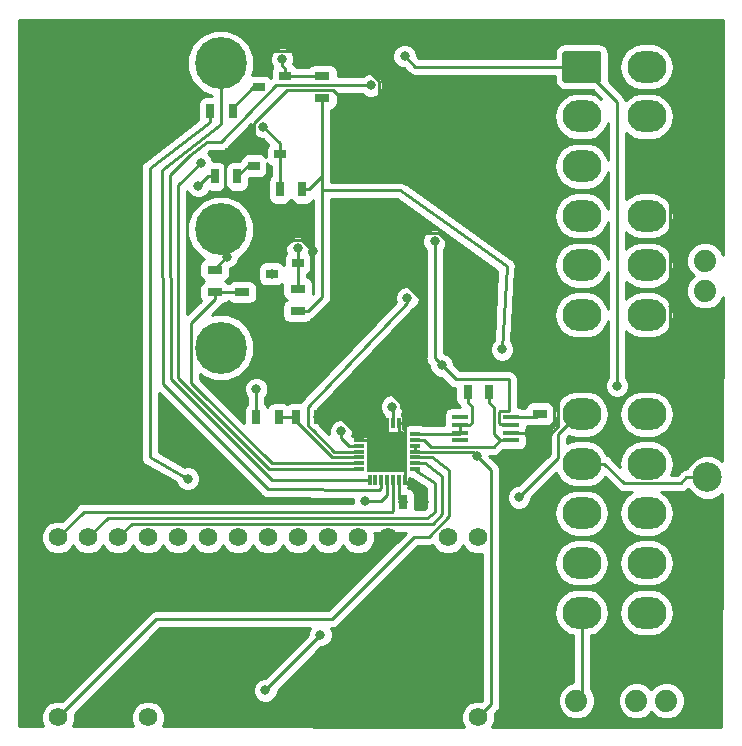
<source format=gbr>
G04 #@! TF.GenerationSoftware,KiCad,Pcbnew,(5.0.1)-rc2*
G04 #@! TF.CreationDate,2018-11-23T18:31:16-07:00*
G04 #@! TF.ProjectId,PowerSupply,506F776572537570706C792E6B696361,rev?*
G04 #@! TF.SameCoordinates,Original*
G04 #@! TF.FileFunction,Copper,L2,Bot,Signal*
G04 #@! TF.FilePolarity,Positive*
%FSLAX46Y46*%
G04 Gerber Fmt 4.6, Leading zero omitted, Abs format (unit mm)*
G04 Created by KiCad (PCBNEW (5.0.1)-rc2) date 11/23/2018 6:31:16 PM*
%MOMM*%
%LPD*%
G01*
G04 APERTURE LIST*
G04 #@! TA.AperFunction,ComponentPad*
%ADD10C,1.574800*%
G04 #@! TD*
G04 #@! TA.AperFunction,SMDPad,CuDef*
%ADD11R,1.300000X0.700000*%
G04 #@! TD*
G04 #@! TA.AperFunction,SMDPad,CuDef*
%ADD12R,1.198880X0.797560*%
G04 #@! TD*
G04 #@! TA.AperFunction,SMDPad,CuDef*
%ADD13R,0.797560X1.198880*%
G04 #@! TD*
G04 #@! TA.AperFunction,ComponentPad*
%ADD14C,1.879600*%
G04 #@! TD*
G04 #@! TA.AperFunction,SMDPad,CuDef*
%ADD15R,0.700000X1.300000*%
G04 #@! TD*
G04 #@! TA.AperFunction,SMDPad,CuDef*
%ADD16R,0.965200X0.304800*%
G04 #@! TD*
G04 #@! TA.AperFunction,SMDPad,CuDef*
%ADD17R,0.304800X0.965200*%
G04 #@! TD*
G04 #@! TA.AperFunction,SMDPad,CuDef*
%ADD18R,3.352800X3.352800*%
G04 #@! TD*
G04 #@! TA.AperFunction,SMDPad,CuDef*
%ADD19R,1.371600X0.406400*%
G04 #@! TD*
G04 #@! TA.AperFunction,SMDPad,CuDef*
%ADD20R,1.000760X0.800100*%
G04 #@! TD*
G04 #@! TA.AperFunction,BGAPad,CuDef*
%ADD21C,2.500000*%
G04 #@! TD*
G04 #@! TA.AperFunction,ComponentPad*
%ADD22C,4.400000*%
G04 #@! TD*
G04 #@! TA.AperFunction,ComponentPad*
%ADD23C,0.700000*%
G04 #@! TD*
G04 #@! TA.AperFunction,Conductor*
%ADD24C,0.100000*%
G04 #@! TD*
G04 #@! TA.AperFunction,ComponentPad*
%ADD25C,2.700000*%
G04 #@! TD*
G04 #@! TA.AperFunction,ComponentPad*
%ADD26O,3.300000X2.700000*%
G04 #@! TD*
G04 #@! TA.AperFunction,ViaPad*
%ADD27C,0.800000*%
G04 #@! TD*
G04 #@! TA.AperFunction,Conductor*
%ADD28C,0.250000*%
G04 #@! TD*
G04 #@! TA.AperFunction,Conductor*
%ADD29C,0.254000*%
G04 #@! TD*
G04 APERTURE END LIST*
D10*
G04 #@! TO.P,A1,9*
G04 #@! TO.N,5V_EN*
X206460000Y-131080000D03*
G04 #@! TO.P,A1,15*
G04 #@! TO.N,SPI_MISO_PINX*
X191220000Y-131080000D03*
G04 #@! TO.P,A1,16*
G04 #@! TO.N,SPI_Clk_PINX*
X191220000Y-146320000D03*
G04 #@! TO.P,A1,14*
G04 #@! TO.N,SPI_MOSI_PINX*
X193760000Y-131080000D03*
G04 #@! TO.P,A1,13*
G04 #@! TO.N,SPI_ADC_CS_PINX*
X196300000Y-131080000D03*
G04 #@! TO.P,A1,12*
G04 #@! TO.N,SPI_3V3_CS_PINX*
X198840000Y-131080000D03*
G04 #@! TO.P,A1,19*
G04 #@! TO.N,POK*
X198840000Y-146320000D03*
G04 #@! TO.P,A1,11*
G04 #@! TO.N,3V3_FINE_EN*
X201380000Y-131080000D03*
G04 #@! TO.P,A1,10*
G04 #@! TO.N,3V3_COURSE_EN*
X203920000Y-131080000D03*
G04 #@! TO.P,A1,8*
G04 #@! TO.N,12V_EN*
X209000000Y-131080000D03*
G04 #@! TO.P,A1,7*
G04 #@! TO.N,CNVST_PINX*
X211540000Y-131080000D03*
G04 #@! TO.P,A1,6*
G04 #@! TO.N,EOC_PINX*
X214080000Y-131080000D03*
G04 #@! TO.P,A1,5*
G04 #@! TO.N,N/C*
X216620000Y-131080000D03*
G04 #@! TO.P,A1,4*
G04 #@! TO.N,GND*
X219160000Y-131080000D03*
G04 #@! TO.P,A1,2*
G04 #@! TO.N,Net-(A1-Pad2)*
X224240000Y-131080000D03*
G04 #@! TO.P,A1,1*
G04 #@! TO.N,Net-(A1-Pad1)*
X226780000Y-131080000D03*
G04 #@! TO.P,A1,30*
G04 #@! TO.N,+3V3*
X226780000Y-146320000D03*
G04 #@! TD*
D11*
G04 #@! TO.P,R5,2*
G04 #@! TO.N,Net-(Q3-Pad1)*
X213600000Y-92000000D03*
G04 #@! TO.P,R5,1*
G04 #@! TO.N,+12V*
X213600000Y-93900000D03*
G04 #@! TD*
D12*
G04 #@! TO.P,C1,2*
G04 #@! TO.N,Net-(C1-Pad2)*
X232000000Y-120600840D03*
G04 #@! TO.P,C1,1*
G04 #@! TO.N,GND*
X232000000Y-122399160D03*
G04 #@! TD*
D13*
G04 #@! TO.P,C2,1*
G04 #@! TO.N,Net-(C2-Pad1)*
X227700000Y-118800000D03*
G04 #@! TO.P,C2,2*
G04 #@! TO.N,Net-(C2-Pad2)*
X225901680Y-118800000D03*
G04 #@! TD*
G04 #@! TO.P,C4,1*
G04 #@! TO.N,GND*
X222199160Y-128100000D03*
G04 #@! TO.P,C4,2*
G04 #@! TO.N,Net-(C3-Pad2)*
X220400840Y-128100000D03*
G04 #@! TD*
D14*
G04 #@! TO.P,J1,1*
G04 #@! TO.N,Net-(A1-Pad1)*
X242722400Y-144901920D03*
G04 #@! TO.P,J1,2*
G04 #@! TO.N,Net-(A1-Pad2)*
X240182400Y-144901920D03*
G04 #@! TO.P,J1,3*
G04 #@! TO.N,GND*
X237642400Y-144901920D03*
G04 #@! TO.P,J1,4*
G04 #@! TO.N,+3V3*
X235102400Y-144901920D03*
G04 #@! TD*
G04 #@! TO.P,J3,1*
G04 #@! TO.N,Net-(J2-Pad16)*
X246000000Y-107660000D03*
G04 #@! TO.P,J3,2*
G04 #@! TO.N,Net-(J2-Pad17)*
X246000000Y-110200000D03*
G04 #@! TD*
D11*
G04 #@! TO.P,R1,2*
G04 #@! TO.N,5V_DIV_OUT*
X204496000Y-110316000D03*
G04 #@! TO.P,R1,1*
G04 #@! TO.N,5V_Out*
X204496000Y-108416000D03*
G04 #@! TD*
G04 #@! TO.P,R2,1*
G04 #@! TO.N,5V_DIV_OUT*
X206782000Y-110316000D03*
G04 #@! TO.P,R2,2*
G04 #@! TO.N,GND*
X206782000Y-108416000D03*
G04 #@! TD*
D15*
G04 #@! TO.P,R3,1*
G04 #@! TO.N,12V_Out*
X208000000Y-120900000D03*
G04 #@! TO.P,R3,2*
G04 #@! TO.N,12V_DIV_Out*
X209900000Y-120900000D03*
G04 #@! TD*
G04 #@! TO.P,R4,2*
G04 #@! TO.N,GND*
X213250000Y-120900000D03*
G04 #@! TO.P,R4,1*
G04 #@! TO.N,12V_DIV_Out*
X211350000Y-120900000D03*
G04 #@! TD*
D11*
G04 #@! TO.P,R6,1*
G04 #@! TO.N,+12V*
X211500000Y-111900000D03*
G04 #@! TO.P,R6,2*
G04 #@! TO.N,Net-(Q4-Pad1)*
X211500000Y-110000000D03*
G04 #@! TD*
D15*
G04 #@! TO.P,R9,2*
G04 #@! TO.N,Net-(Q2-Pad1)*
X210000000Y-101600000D03*
G04 #@! TO.P,R9,1*
G04 #@! TO.N,+12V*
X211900000Y-101600000D03*
G04 #@! TD*
G04 #@! TO.P,R10,1*
G04 #@! TO.N,Net-(Q5-Pad1)*
X206000000Y-95000000D03*
G04 #@! TO.P,R10,2*
G04 #@! TO.N,3V3_COURSE_EN*
X204100000Y-95000000D03*
G04 #@! TD*
G04 #@! TO.P,R13,1*
G04 #@! TO.N,Net-(Q8-Pad1)*
X206400000Y-100500000D03*
G04 #@! TO.P,R13,2*
G04 #@! TO.N,3V3_FINE_EN*
X204500000Y-100500000D03*
G04 #@! TD*
D16*
G04 #@! TO.P,U4,1*
G04 #@! TO.N,3V3_Fine_Out*
X216725100Y-125300000D03*
G04 #@! TO.P,U4,2*
G04 #@! TO.N,5V_DIV_OUT*
X216725100Y-124800001D03*
G04 #@! TO.P,U4,3*
G04 #@! TO.N,12V_DIV_Out*
X216725100Y-124299999D03*
G04 #@! TO.P,U4,4*
G04 #@! TO.N,Net-(U2-Pad10)*
X216725100Y-123800000D03*
G04 #@! TO.P,U4,5*
G04 #@! TO.N,Net-(U3-Pad10)*
X216725100Y-123300001D03*
G04 #@! TO.P,U4,6*
G04 #@! TO.N,GND*
X216725100Y-122799999D03*
G04 #@! TO.P,U4,7*
X216725100Y-122300000D03*
D17*
G04 #@! TO.P,U4,8*
X217600000Y-121425100D03*
G04 #@! TO.P,U4,9*
X218099999Y-121425100D03*
G04 #@! TO.P,U4,10*
X218600001Y-121425100D03*
G04 #@! TO.P,U4,11*
X219100000Y-121425100D03*
G04 #@! TO.P,U4,12*
G04 #@! TO.N,CNVST_PINX*
X219599999Y-121425100D03*
G04 #@! TO.P,U4,13*
G04 #@! TO.N,GND*
X220100001Y-121425100D03*
G04 #@! TO.P,U4,14*
X220600000Y-121425100D03*
D16*
G04 #@! TO.P,U4,15*
G04 #@! TO.N,Net-(C2-Pad2)*
X221474900Y-122300000D03*
G04 #@! TO.P,U4,16*
G04 #@! TO.N,Net-(C2-Pad1)*
X221474900Y-122799999D03*
G04 #@! TO.P,U4,17*
G04 #@! TO.N,+3V3*
X221474900Y-123300001D03*
G04 #@! TO.P,U4,18*
X221474900Y-123800000D03*
G04 #@! TO.P,U4,19*
G04 #@! TO.N,SPI_Clk_PINX*
X221474900Y-124299999D03*
G04 #@! TO.P,U4,20*
G04 #@! TO.N,SPI_ADC_CS_PINX*
X221474900Y-124800001D03*
G04 #@! TO.P,U4,21*
G04 #@! TO.N,SPI_MOSI_PINX*
X221474900Y-125300000D03*
D17*
G04 #@! TO.P,U4,22*
G04 #@! TO.N,GND*
X220600000Y-126174900D03*
G04 #@! TO.P,U4,23*
G04 #@! TO.N,Net-(C3-Pad2)*
X220100001Y-126174900D03*
G04 #@! TO.P,U4,24*
G04 #@! TO.N,SPI_MISO_PINX*
X219599999Y-126174900D03*
G04 #@! TO.P,U4,25*
G04 #@! TO.N,EOC_PINX*
X219100000Y-126174900D03*
G04 #@! TO.P,U4,26*
G04 #@! TO.N,3V3_Out*
X218600001Y-126174900D03*
G04 #@! TO.P,U4,27*
G04 #@! TO.N,N/C*
X218099999Y-126174900D03*
G04 #@! TO.P,U4,28*
G04 #@! TO.N,Net-(U1-Pad10)*
X217600000Y-126174900D03*
D18*
G04 #@! TO.P,U4,29*
G04 #@! TO.N,GND*
X219100000Y-123800000D03*
G04 #@! TD*
D19*
G04 #@! TO.P,U5,1*
G04 #@! TO.N,Net-(C1-Pad2)*
X229600000Y-120900000D03*
G04 #@! TO.P,U5,2*
G04 #@! TO.N,+3V3*
X229600000Y-121549998D03*
G04 #@! TO.P,U5,3*
G04 #@! TO.N,GND*
X229600000Y-122200000D03*
G04 #@! TO.P,U5,4*
G04 #@! TO.N,Net-(C2-Pad1)*
X229600000Y-122849998D03*
G04 #@! TO.P,U5,5*
G04 #@! TO.N,N/C*
X225231200Y-122849998D03*
G04 #@! TO.P,U5,6*
G04 #@! TO.N,Net-(C2-Pad2)*
X225231200Y-122200000D03*
G04 #@! TO.P,U5,7*
X225231200Y-121549998D03*
G04 #@! TO.P,U5,8*
G04 #@! TO.N,N/C*
X225231200Y-120900000D03*
G04 #@! TD*
D20*
G04 #@! TO.P,Q5,3*
G04 #@! TO.N,Net-(Q3-Pad1)*
X210399820Y-92000000D03*
G04 #@! TO.P,Q5,2*
G04 #@! TO.N,GND*
X208200180Y-91047500D03*
G04 #@! TO.P,Q5,1*
G04 #@! TO.N,Net-(Q5-Pad1)*
X208200180Y-92952500D03*
G04 #@! TD*
G04 #@! TO.P,Q6,1*
G04 #@! TO.N,Net-(Q6-Pad1)*
X209300180Y-108752500D03*
G04 #@! TO.P,Q6,2*
G04 #@! TO.N,GND*
X209300180Y-106847500D03*
G04 #@! TO.P,Q6,3*
G04 #@! TO.N,Net-(Q4-Pad1)*
X211499820Y-107800000D03*
G04 #@! TD*
G04 #@! TO.P,Q8,1*
G04 #@! TO.N,Net-(Q8-Pad1)*
X207800000Y-99605000D03*
G04 #@! TO.P,Q8,2*
G04 #@! TO.N,GND*
X207800000Y-97700000D03*
G04 #@! TO.P,Q8,3*
G04 #@! TO.N,Net-(Q2-Pad1)*
X209999640Y-98652500D03*
G04 #@! TD*
D21*
G04 #@! TO.P,H3,1*
G04 #@! TO.N,5V_USB*
X246200000Y-126000000D03*
G04 #@! TD*
D22*
G04 #@! TO.P,H4,1*
G04 #@! TO.N,5V_Out*
X205000000Y-105000000D03*
D23*
X206650000Y-105000000D03*
X206166726Y-106166726D03*
X205000000Y-106650000D03*
X203833274Y-106166726D03*
X203350000Y-105000000D03*
X203833274Y-103833274D03*
X205000000Y-103350000D03*
X206166726Y-103833274D03*
G04 #@! TD*
D22*
G04 #@! TO.P,H5,1*
G04 #@! TO.N,12V_Out*
X205000000Y-115000000D03*
D23*
X206650000Y-115000000D03*
X206166726Y-116166726D03*
X205000000Y-116650000D03*
X203833274Y-116166726D03*
X203350000Y-115000000D03*
X203833274Y-113833274D03*
X205000000Y-113350000D03*
X206166726Y-113833274D03*
G04 #@! TD*
G04 #@! TO.P,H6,1*
G04 #@! TO.N,3V3_Out*
X206144726Y-89765274D03*
X204978000Y-89282000D03*
X203811274Y-89765274D03*
X203328000Y-90932000D03*
X203811274Y-92098726D03*
X204978000Y-92582000D03*
X206144726Y-92098726D03*
X206628000Y-90932000D03*
D22*
X204978000Y-90932000D03*
G04 #@! TD*
G04 #@! TO.P,H7,1*
G04 #@! TO.N,GND*
X226300000Y-110000000D03*
D23*
X227950000Y-110000000D03*
X227466726Y-111166726D03*
X226300000Y-111650000D03*
X225133274Y-111166726D03*
X224650000Y-110000000D03*
X225133274Y-108833274D03*
X226300000Y-108350000D03*
X227466726Y-108833274D03*
G04 #@! TD*
D24*
G04 #@! TO.N,+3V3*
G04 #@! TO.C,J2*
G36*
X236994263Y-89882924D02*
X237018532Y-89886524D01*
X237042330Y-89892485D01*
X237065430Y-89900750D01*
X237087609Y-89911240D01*
X237108652Y-89923853D01*
X237128358Y-89938468D01*
X237146536Y-89954944D01*
X237163012Y-89973122D01*
X237177627Y-89992828D01*
X237190240Y-90013871D01*
X237200730Y-90036050D01*
X237208995Y-90059150D01*
X237214956Y-90082948D01*
X237218556Y-90107217D01*
X237219760Y-90131721D01*
X237219760Y-92331719D01*
X237218556Y-92356223D01*
X237214956Y-92380492D01*
X237208995Y-92404290D01*
X237200730Y-92427390D01*
X237190240Y-92449569D01*
X237177627Y-92470612D01*
X237163012Y-92490318D01*
X237146536Y-92508496D01*
X237128358Y-92524972D01*
X237108652Y-92539587D01*
X237087609Y-92552200D01*
X237065430Y-92562690D01*
X237042330Y-92570955D01*
X237018532Y-92576916D01*
X236994263Y-92580516D01*
X236969759Y-92581720D01*
X234169761Y-92581720D01*
X234145257Y-92580516D01*
X234120988Y-92576916D01*
X234097190Y-92570955D01*
X234074090Y-92562690D01*
X234051911Y-92552200D01*
X234030868Y-92539587D01*
X234011162Y-92524972D01*
X233992984Y-92508496D01*
X233976508Y-92490318D01*
X233961893Y-92470612D01*
X233949280Y-92449569D01*
X233938790Y-92427390D01*
X233930525Y-92404290D01*
X233924564Y-92380492D01*
X233920964Y-92356223D01*
X233919760Y-92331719D01*
X233919760Y-90131721D01*
X233920964Y-90107217D01*
X233924564Y-90082948D01*
X233930525Y-90059150D01*
X233938790Y-90036050D01*
X233949280Y-90013871D01*
X233961893Y-89992828D01*
X233976508Y-89973122D01*
X233992984Y-89954944D01*
X234011162Y-89938468D01*
X234030868Y-89923853D01*
X234051911Y-89911240D01*
X234074090Y-89900750D01*
X234097190Y-89892485D01*
X234120988Y-89886524D01*
X234145257Y-89882924D01*
X234169761Y-89881720D01*
X236969759Y-89881720D01*
X236994263Y-89882924D01*
X236994263Y-89882924D01*
G37*
D25*
G04 #@! TD*
G04 #@! TO.P,J2,1*
G04 #@! TO.N,+3V3*
X235569760Y-91231720D03*
D26*
G04 #@! TO.P,J2,2*
G04 #@! TO.N,+3V3*
X235569760Y-95431720D03*
G04 #@! TO.P,J2,3*
G04 #@! TO.N,N/C*
X235569760Y-99631720D03*
G04 #@! TO.P,J2,4*
G04 #@! TO.N,/5VA*
X235569760Y-103831720D03*
G04 #@! TO.P,J2,5*
G04 #@! TO.N,N/C*
X235569760Y-108031720D03*
G04 #@! TO.P,J2,6*
G04 #@! TO.N,/5VA*
X235569760Y-112231720D03*
G04 #@! TO.P,J2,7*
G04 #@! TO.N,GND*
X235569760Y-116431720D03*
G04 #@! TO.P,J2,8*
G04 #@! TO.N,Net-(J2-Pad8)*
X235569760Y-120631720D03*
G04 #@! TO.P,J2,9*
G04 #@! TO.N,5V_USB*
X235569760Y-124831720D03*
G04 #@! TO.P,J2,10*
G04 #@! TO.N,+12V*
X235569760Y-129031720D03*
G04 #@! TO.P,J2,11*
X235569760Y-133231720D03*
G04 #@! TO.P,J2,12*
G04 #@! TO.N,+3V3*
X235569760Y-137431720D03*
G04 #@! TO.P,J2,13*
X241069760Y-91231720D03*
G04 #@! TO.P,J2,14*
G04 #@! TO.N,N/C*
X241069760Y-95431720D03*
G04 #@! TO.P,J2,15*
G04 #@! TO.N,GND*
X241069760Y-99631720D03*
G04 #@! TO.P,J2,16*
G04 #@! TO.N,Net-(J2-Pad16)*
X241069760Y-103831720D03*
G04 #@! TO.P,J2,17*
G04 #@! TO.N,Net-(J2-Pad17)*
X241069760Y-108031720D03*
G04 #@! TO.P,J2,18*
G04 #@! TO.N,N/C*
X241069760Y-112231720D03*
G04 #@! TO.P,J2,19*
G04 #@! TO.N,GND*
X241069760Y-116431720D03*
G04 #@! TO.P,J2,20*
G04 #@! TO.N,N/C*
X241069760Y-120631720D03*
G04 #@! TO.P,J2,21*
G04 #@! TO.N,Net-(H1-Pad1)*
X241069760Y-124831720D03*
G04 #@! TO.P,J2,22*
G04 #@! TO.N,N/C*
X241069760Y-129031720D03*
G04 #@! TO.P,J2,23*
X241069760Y-133231720D03*
G04 #@! TO.P,J2,24*
X241069760Y-137431720D03*
G04 #@! TD*
D27*
G04 #@! TO.N,GND*
X219583000Y-140025120D03*
X218200000Y-122900000D03*
X222199160Y-128100000D03*
X214200000Y-90300000D03*
X208200180Y-91047500D03*
X217112653Y-99112653D03*
X213250000Y-120900000D03*
X215514568Y-107600000D03*
X212800000Y-106800000D03*
X218100000Y-118100000D03*
G04 #@! TO.N,Net-(C3-Pad2)*
X220400840Y-128100000D03*
G04 #@! TO.N,+3V3*
X220575221Y-90326622D03*
X223700000Y-116500000D03*
X226700000Y-124200000D03*
X223100000Y-106000000D03*
X238546640Y-118226840D03*
G04 #@! TO.N,+12V*
X228816000Y-115148000D03*
G04 #@! TO.N,Net-(J2-Pad8)*
X208777840Y-144018000D03*
X213441280Y-139313920D03*
X230240840Y-127675640D03*
G04 #@! TO.N,12V_Out*
X208000000Y-118500000D03*
G04 #@! TO.N,5V_Out*
X205500000Y-107300000D03*
G04 #@! TO.N,3V3_COURSE_EN*
X202200000Y-126100000D03*
G04 #@! TO.N,Net-(Q6-Pad1)*
X209300180Y-108752500D03*
G04 #@! TO.N,3V3_FINE_EN*
X203100000Y-101300000D03*
G04 #@! TO.N,Net-(U1-Pad10)*
X217700000Y-92800000D03*
G04 #@! TO.N,Net-(U2-Pad10)*
X220800000Y-110800000D03*
G04 #@! TO.N,Net-(U3-Pad10)*
X215200000Y-122100000D03*
G04 #@! TO.N,CNVST_PINX*
X219500000Y-120000000D03*
G04 #@! TO.N,EOC_PINX*
X217200000Y-128000000D03*
G04 #@! TO.N,Net-(Q2-Pad1)*
X208600000Y-96300000D03*
G04 #@! TO.N,Net-(Q3-Pad1)*
X210200000Y-90600000D03*
G04 #@! TO.N,Net-(Q4-Pad1)*
X211500000Y-106600000D03*
G04 #@! TO.N,3V3_Fine_Out*
X203300000Y-99375370D03*
G04 #@! TD*
D28*
G04 #@! TO.N,Net-(C1-Pad2)*
X231700840Y-120900000D02*
X232000000Y-120600840D01*
X229600000Y-120900000D02*
X231700840Y-120900000D01*
G04 #@! TO.N,GND*
X216725100Y-121897600D02*
X216725100Y-122300000D01*
X207750500Y-106847500D02*
X209300180Y-106847500D01*
X206782000Y-107816000D02*
X207750500Y-106847500D01*
X206782000Y-108416000D02*
X206782000Y-107816000D01*
X231800840Y-122200000D02*
X232000000Y-122399160D01*
X229600000Y-122200000D02*
X231800840Y-122200000D01*
X217197600Y-121425100D02*
X216725100Y-121897600D01*
X217600000Y-121425100D02*
X217197600Y-121425100D01*
X216725100Y-122300000D02*
X216725100Y-122799999D01*
X217600000Y-121425100D02*
X218099999Y-121425100D01*
X218099999Y-121425100D02*
X218600001Y-121425100D01*
X219100000Y-121425100D02*
X218600001Y-121425100D01*
X220100001Y-121425100D02*
X220600000Y-121425100D01*
X220600000Y-122300000D02*
X219100000Y-123800000D01*
X220600000Y-121425100D02*
X220600000Y-122300000D01*
X220100001Y-122799999D02*
X219100000Y-123800000D01*
X220100001Y-121425100D02*
X220100001Y-122799999D01*
X218600001Y-123300001D02*
X219100000Y-123800000D01*
X218600001Y-121425100D02*
X218600001Y-123300001D01*
X218099999Y-121425100D02*
X218099999Y-122799999D01*
X219100000Y-123657700D02*
X219100000Y-123800000D01*
X217600000Y-122157700D02*
X219100000Y-123657700D01*
X217600000Y-121425100D02*
X217600000Y-122157700D01*
X217600000Y-122300000D02*
X219100000Y-123800000D01*
X216725100Y-122300000D02*
X217600000Y-122300000D01*
X218099999Y-122799999D02*
X219100000Y-123800000D01*
X216725100Y-122799999D02*
X218099999Y-122799999D01*
X219100000Y-121425100D02*
X219100000Y-123800000D01*
X220577402Y-125277402D02*
X219100000Y-123800000D01*
X220577402Y-125777402D02*
X220577402Y-125277402D01*
X220600000Y-125800000D02*
X220577402Y-125777402D01*
X220600000Y-126174900D02*
X220600000Y-125800000D01*
X220600000Y-126300180D02*
X220600000Y-126174900D01*
X222199160Y-127899340D02*
X220600000Y-126300180D01*
X222199160Y-128100000D02*
X222199160Y-127899340D01*
X213850000Y-120900000D02*
X213250000Y-120900000D01*
X215073002Y-120900000D02*
X213850000Y-120900000D01*
X216070602Y-121897600D02*
X215073002Y-120900000D01*
X216725100Y-121897600D02*
X216070602Y-121897600D01*
X207049620Y-97700000D02*
X205400000Y-99349620D01*
X207800000Y-97700000D02*
X207049620Y-97700000D01*
X205400000Y-101662998D02*
X205837002Y-102100000D01*
X205400000Y-99349620D02*
X205400000Y-101662998D01*
X205837002Y-102100000D02*
X207900000Y-102100000D01*
X209300180Y-103500180D02*
X209300180Y-106847500D01*
X207900000Y-102100000D02*
X209300180Y-103500180D01*
X213209314Y-89874999D02*
X208525001Y-89874999D01*
X214200000Y-90300000D02*
X213634315Y-90300000D01*
X213634315Y-90300000D02*
X213209314Y-89874999D01*
X208200180Y-90199820D02*
X208200180Y-91047500D01*
X208525001Y-89874999D02*
X208200180Y-90199820D01*
X213850000Y-120900000D02*
X222100000Y-112650000D01*
X218673002Y-107600000D02*
X215514568Y-107600000D01*
X222100000Y-111026998D02*
X218673002Y-107600000D01*
X222100000Y-112650000D02*
X222100000Y-111026998D01*
X211023061Y-105874999D02*
X211874999Y-105874999D01*
X209300180Y-106847500D02*
X210050560Y-106847500D01*
X210050560Y-106847500D02*
X211023061Y-105874999D01*
X211874999Y-105874999D02*
X212800000Y-106800000D01*
X217112653Y-95827651D02*
X217112653Y-99112653D01*
X214510001Y-93224999D02*
X217112653Y-95827651D01*
X210601999Y-93224999D02*
X214510001Y-93224999D01*
X207800000Y-96026998D02*
X210601999Y-93224999D01*
X207800000Y-97700000D02*
X207800000Y-96026998D01*
X220600000Y-121094900D02*
X221594900Y-120100000D01*
X220600000Y-121425100D02*
X220600000Y-121094900D01*
X218673002Y-118100000D02*
X218100000Y-118100000D01*
X220225001Y-119651999D02*
X218673002Y-118100000D01*
X221594900Y-120100000D02*
X220225001Y-120100000D01*
X220225001Y-120100000D02*
X220225001Y-119651999D01*
X235269760Y-116431720D02*
X235569760Y-116431720D01*
X233594750Y-118106730D02*
X235269760Y-116431720D01*
X233594750Y-121653850D02*
X233594750Y-118106730D01*
X232849440Y-122399160D02*
X233594750Y-121653850D01*
X232000000Y-122399160D02*
X232849440Y-122399160D01*
X215914567Y-107200001D02*
X215514568Y-107600000D01*
X217839569Y-105274999D02*
X215914567Y-107200001D01*
X223448001Y-105274999D02*
X217839569Y-105274999D01*
X224100001Y-105926999D02*
X223448001Y-105274999D01*
X224100001Y-107800001D02*
X224100001Y-105926999D01*
X226300000Y-110000000D02*
X224100001Y-107800001D01*
X243044770Y-111537909D02*
X243044770Y-114756710D01*
X243044770Y-111432550D02*
X242992090Y-111485229D01*
X243044770Y-107337909D02*
X243044770Y-111432550D01*
X243011960Y-107305099D02*
X243044770Y-107337909D01*
X243011960Y-104558341D02*
X243011960Y-107305099D01*
X243044770Y-104525531D02*
X243011960Y-104558341D01*
X241369760Y-116431720D02*
X241069760Y-116431720D01*
X243011960Y-103105099D02*
X243044770Y-103137909D01*
X243011960Y-99673920D02*
X243011960Y-103105099D01*
X242992090Y-111485229D02*
X243044770Y-111537909D01*
X243044770Y-103137909D02*
X243044770Y-104525531D01*
X242969760Y-99631720D02*
X243011960Y-99673920D01*
X243044770Y-114756710D02*
X241369760Y-116431720D01*
X241069760Y-99631720D02*
X242969760Y-99631720D01*
X217512652Y-98712654D02*
X217112653Y-99112653D01*
X218425001Y-97800305D02*
X217512652Y-98712654D01*
X218425001Y-92451999D02*
X218425001Y-97800305D01*
X216273002Y-90300000D02*
X218425001Y-92451999D01*
X214200000Y-90300000D02*
X216273002Y-90300000D01*
G04 #@! TO.N,Net-(C2-Pad1)*
X228135999Y-123378199D02*
X228664200Y-122849998D01*
X222785700Y-123378199D02*
X228135999Y-123378199D01*
X222207500Y-122799999D02*
X222785700Y-123378199D01*
X221474900Y-122799999D02*
X222207500Y-122799999D01*
X228664200Y-122849998D02*
X229600000Y-122849998D01*
X228139189Y-122324987D02*
X228664200Y-122849998D01*
X228139189Y-120088629D02*
X228139189Y-122324987D01*
X227700000Y-119649440D02*
X228139189Y-120088629D01*
X227700000Y-118800000D02*
X227700000Y-119649440D01*
G04 #@! TO.N,Net-(C2-Pad2)*
X225131200Y-122300000D02*
X225231200Y-122200000D01*
X221474900Y-122300000D02*
X225131200Y-122300000D01*
X225231200Y-121549998D02*
X225231200Y-122200000D01*
X225901680Y-119649440D02*
X225901680Y-118800000D01*
X226242001Y-119989761D02*
X225901680Y-119649440D01*
X226242001Y-121363201D02*
X226242001Y-119989761D01*
X226055204Y-121549998D02*
X226242001Y-121363201D01*
X225231200Y-121549998D02*
X226055204Y-121549998D01*
G04 #@! TO.N,Net-(C3-Pad2)*
X220100001Y-127799161D02*
X220100001Y-126174900D01*
X220400840Y-128100000D02*
X220100001Y-127799161D01*
G04 #@! TO.N,+3V3*
X229600000Y-121549998D02*
X228775996Y-121549998D01*
X228654199Y-120371799D02*
X229400000Y-120371799D01*
X228589199Y-120436799D02*
X228654199Y-120371799D01*
X228589199Y-121363201D02*
X228589199Y-120436799D01*
X228654199Y-121428201D02*
X228589199Y-121363201D01*
X228775996Y-121549998D02*
X228897793Y-121428201D01*
X228897793Y-121428201D02*
X228654199Y-121428201D01*
X229400000Y-120371799D02*
X229400000Y-117700000D01*
X224900000Y-117700000D02*
X223700000Y-116500000D01*
X229400000Y-117700000D02*
X224900000Y-117700000D01*
X221474900Y-123300001D02*
X221474900Y-123800000D01*
X222235709Y-123828209D02*
X226328209Y-123828209D01*
X221474900Y-123800000D02*
X222207500Y-123800000D01*
X222207500Y-123800000D02*
X222235709Y-123828209D01*
X226328209Y-123828209D02*
X226700000Y-124200000D01*
X227892401Y-125392401D02*
X226700000Y-124200000D01*
X227892401Y-145207599D02*
X227892401Y-125392401D01*
X226780000Y-146320000D02*
X227892401Y-145207599D01*
X223100000Y-115900000D02*
X223100000Y-106000000D01*
X223700000Y-116500000D02*
X223100000Y-115900000D01*
X221480319Y-91231720D02*
X235569760Y-91231720D01*
X220575221Y-90326622D02*
X221480319Y-91231720D01*
X238546640Y-94208600D02*
X235569760Y-91231720D01*
X238546640Y-118226840D02*
X238546640Y-94208600D01*
X235569760Y-144434560D02*
X235102400Y-144901920D01*
X235569760Y-137431720D02*
X235569760Y-144434560D01*
G04 #@! TO.N,+12V*
X212500000Y-101600000D02*
X211900000Y-101600000D01*
X213600000Y-100500000D02*
X212500000Y-101600000D01*
X212400000Y-111900000D02*
X213600000Y-110700000D01*
X211500000Y-111900000D02*
X212400000Y-111900000D01*
X213600000Y-93900000D02*
X213600000Y-100300000D01*
X213600000Y-100300000D02*
X213600000Y-100500000D01*
X213600000Y-101700000D02*
X213600000Y-100300000D01*
X213600000Y-110700000D02*
X213600000Y-101700000D01*
X229200000Y-108100000D02*
X228816000Y-115148000D01*
X213600000Y-101700000D02*
X220173002Y-101700000D01*
X220173002Y-101700000D02*
X229200000Y-108100000D01*
G04 #@! TO.N,5V_USB*
X244432234Y-126000000D02*
X246200000Y-126000000D01*
X243925504Y-126506730D02*
X244432234Y-126000000D01*
X239144770Y-126506730D02*
X243925504Y-126506730D01*
X237469760Y-124831720D02*
X239144770Y-126506730D01*
X235569760Y-124831720D02*
X237469760Y-124831720D01*
G04 #@! TO.N,Net-(J2-Pad8)*
X208777840Y-144018000D02*
X213441280Y-139354560D01*
X213441280Y-139354560D02*
X213441280Y-139313920D01*
X235269760Y-120631720D02*
X235569760Y-120631720D01*
X233594750Y-122306730D02*
X235269760Y-120631720D01*
X233594750Y-124321730D02*
X233594750Y-122306730D01*
X230240840Y-127675640D02*
X233594750Y-124321730D01*
G04 #@! TO.N,SPI_Clk_PINX*
X199540000Y-138000000D02*
X191220000Y-146320000D01*
X214400000Y-138000000D02*
X199540000Y-138000000D01*
X221474900Y-124299999D02*
X222899999Y-124299999D01*
X224300000Y-125400000D02*
X224300000Y-129300000D01*
X222899999Y-124299999D02*
X224300000Y-125400000D01*
X222600000Y-131000000D02*
X221400000Y-131000000D01*
X224300000Y-129300000D02*
X222600000Y-131000000D01*
X221400000Y-131000000D02*
X214400000Y-138000000D01*
G04 #@! TO.N,SPI_MOSI_PINX*
X195440000Y-129400000D02*
X193760000Y-131080000D01*
X222500000Y-129400000D02*
X195440000Y-129400000D01*
X223100000Y-128900000D02*
X222500000Y-129400000D01*
X223100000Y-126500000D02*
X223100000Y-128900000D01*
X221474900Y-125300000D02*
X221474900Y-125374900D01*
X221474900Y-125374900D02*
X223100000Y-126500000D01*
G04 #@! TO.N,12V_Out*
X208000000Y-118500000D02*
X208000000Y-120900000D01*
G04 #@! TO.N,3V3_Out*
X218600000Y-126174901D02*
X218600001Y-126174900D01*
X218600001Y-126907500D02*
X218600001Y-126174900D01*
X209000000Y-127000000D02*
X218407501Y-127100000D01*
X204978000Y-94043269D02*
X205000000Y-94065269D01*
X204978000Y-90932000D02*
X204978000Y-94043269D01*
X205000000Y-94065269D02*
X205000000Y-96100000D01*
X218407501Y-127100000D02*
X218600001Y-126907500D01*
X205000000Y-96100000D02*
X200000000Y-100000000D01*
X200000000Y-100000000D02*
X200100000Y-118100000D01*
X200100000Y-118100000D02*
X209000000Y-127000000D01*
G04 #@! TO.N,5V_Out*
X204496000Y-108416000D02*
X204496000Y-108304000D01*
X204496000Y-108304000D02*
X205500000Y-107300000D01*
G04 #@! TO.N,5V_DIV_OUT*
X204496000Y-110316000D02*
X206782000Y-110316000D01*
X209300000Y-124800000D02*
X216725100Y-124800001D01*
X203100000Y-118600000D02*
X209300000Y-124800000D01*
X202474999Y-118038589D02*
X203100000Y-118600000D01*
X202474999Y-112937001D02*
X202474999Y-118038589D01*
X204496000Y-110316000D02*
X204496000Y-110916000D01*
X204496000Y-110916000D02*
X202474999Y-112937001D01*
G04 #@! TO.N,12V_DIV_Out*
X209900000Y-120900000D02*
X211350000Y-120900000D01*
X214449999Y-124299999D02*
X216725100Y-124299999D01*
X211350000Y-121200000D02*
X214449999Y-124299999D01*
X211350000Y-120900000D02*
X211350000Y-121200000D01*
G04 #@! TO.N,Net-(Q5-Pad1)*
X207747500Y-92952500D02*
X208200180Y-92952500D01*
X206000000Y-94700000D02*
X207747500Y-92952500D01*
X206000000Y-95000000D02*
X206000000Y-94700000D01*
G04 #@! TO.N,3V3_COURSE_EN*
X204100000Y-95900000D02*
X204100000Y-95000000D01*
X199000000Y-99800000D02*
X204100000Y-95900000D01*
X202200000Y-126100000D02*
X199000000Y-124300000D01*
X199000000Y-124300000D02*
X199000000Y-99800000D01*
G04 #@! TO.N,Net-(Q8-Pad1)*
X207295000Y-99605000D02*
X206400000Y-100500000D01*
X207800000Y-99605000D02*
X207295000Y-99605000D01*
G04 #@! TO.N,3V3_FINE_EN*
X204500000Y-100500000D02*
X203900000Y-100500000D01*
X203900000Y-100500000D02*
X203100000Y-101300000D01*
G04 #@! TO.N,Net-(U1-Pad10)*
X209700000Y-92800000D02*
X205038112Y-97600000D01*
X205038112Y-97600000D02*
X203808608Y-97600000D01*
X200800000Y-117600000D02*
X200800000Y-117700000D01*
X203808608Y-97600000D02*
X202405848Y-98694152D01*
X209245066Y-126145066D02*
X209310983Y-126174900D01*
X202405848Y-98694152D02*
X200700000Y-100400000D01*
X200700000Y-100400000D02*
X200800000Y-117600000D01*
X200800000Y-117700000D02*
X209245066Y-126145066D01*
X209310983Y-126174900D02*
X217600000Y-126174900D01*
X217674989Y-92774989D02*
X217700000Y-92800000D01*
X210415599Y-92774989D02*
X217674989Y-92774989D01*
X209700000Y-92800000D02*
X210390588Y-92800000D01*
X210390588Y-92800000D02*
X210415599Y-92774989D01*
G04 #@! TO.N,Net-(U2-Pad10)*
X214586410Y-123800000D02*
X216725100Y-123800000D01*
X212800000Y-122000000D02*
X212800000Y-122013590D01*
X220800000Y-110800000D02*
X220800000Y-111185002D01*
X220800000Y-111185002D02*
X212400000Y-120000000D01*
X212400000Y-120000000D02*
X212400000Y-121600000D01*
X212800000Y-122013590D02*
X214586410Y-123800000D01*
X212400000Y-121600000D02*
X212800000Y-122000000D01*
G04 #@! TO.N,Net-(U3-Pad10)*
X215834316Y-123300001D02*
X216725100Y-123300001D01*
X215200000Y-122665685D02*
X215834316Y-123300001D01*
X215200000Y-122100000D02*
X215200000Y-122665685D01*
G04 #@! TO.N,CNVST_PINX*
X219599999Y-120099999D02*
X219599999Y-121425100D01*
X219500000Y-120000000D02*
X219599999Y-120099999D01*
G04 #@! TO.N,SPI_ADC_CS_PINX*
X197480000Y-129900000D02*
X196300000Y-131080000D01*
X223000000Y-129900000D02*
X197480000Y-129900000D01*
X223700000Y-129100000D02*
X223000000Y-129900000D01*
X223700000Y-125900000D02*
X223700000Y-129100000D01*
X221474900Y-124800001D02*
X222300000Y-124800000D01*
X222300000Y-124800000D02*
X223700000Y-125900000D01*
G04 #@! TO.N,SPI_MISO_PINX*
X219599999Y-126174900D02*
X219599999Y-128800001D01*
X219599999Y-128800001D02*
X219500000Y-128900000D01*
X193400000Y-128900000D02*
X191220000Y-131080000D01*
X219500000Y-128900000D02*
X193400000Y-128900000D01*
G04 #@! TO.N,EOC_PINX*
X219100000Y-126174900D02*
X219100000Y-127500000D01*
X219100000Y-127500000D02*
X218600000Y-128000000D01*
X218600000Y-128000000D02*
X217200000Y-128000000D01*
G04 #@! TO.N,Net-(Q2-Pad1)*
X209999640Y-98652500D02*
X209999640Y-97699640D01*
X209999640Y-97699640D02*
X208600000Y-96300000D01*
X209999640Y-101599640D02*
X210000000Y-101600000D01*
X209999640Y-98652500D02*
X209999640Y-101599640D01*
G04 #@! TO.N,Net-(Q3-Pad1)*
X210399820Y-91349950D02*
X210200000Y-91150130D01*
X210399820Y-92000000D02*
X210399820Y-91349950D01*
X210200000Y-91150130D02*
X210200000Y-90600000D01*
X210399820Y-92000000D02*
X213600000Y-92000000D01*
G04 #@! TO.N,Net-(Q4-Pad1)*
X211499820Y-107800000D02*
X211499820Y-106600180D01*
X211499820Y-106600180D02*
X211500000Y-106600000D01*
X211500000Y-107800180D02*
X211499820Y-107800000D01*
X211500000Y-110000000D02*
X211500000Y-107800180D01*
G04 #@! TO.N,3V3_Fine_Out*
X215600000Y-125300000D02*
X216725100Y-125300000D01*
X209050009Y-125250009D02*
X201400000Y-117600000D01*
X215600000Y-125300000D02*
X215600000Y-125250011D01*
X215600000Y-125250011D02*
X209050009Y-125250009D01*
X201400000Y-117600000D02*
X201400000Y-101275370D01*
X201400000Y-101275370D02*
X203300000Y-99375370D01*
G04 #@! TD*
D29*
G04 #@! TO.N,GND*
G36*
X233399931Y-121406228D02*
X233408150Y-121418529D01*
X233110278Y-121716401D01*
X233046822Y-121758801D01*
X233004422Y-121822257D01*
X233004421Y-121822258D01*
X232885014Y-122000963D01*
X232878847Y-122010193D01*
X232854202Y-122134094D01*
X232819862Y-122306730D01*
X232834751Y-122381582D01*
X232834750Y-124006928D01*
X230201039Y-126640640D01*
X230034966Y-126640640D01*
X229654560Y-126798209D01*
X229363409Y-127089360D01*
X229205840Y-127469766D01*
X229205840Y-127881514D01*
X229363409Y-128261920D01*
X229654560Y-128553071D01*
X230034966Y-128710640D01*
X230446714Y-128710640D01*
X230827120Y-128553071D01*
X231118271Y-128261920D01*
X231275840Y-127881514D01*
X231275840Y-127715441D01*
X233397463Y-125593819D01*
X233399931Y-125606228D01*
X233838655Y-126262825D01*
X234495252Y-126701549D01*
X235074257Y-126816720D01*
X236065263Y-126816720D01*
X236644268Y-126701549D01*
X237300865Y-126262825D01*
X237511230Y-125947991D01*
X238554441Y-126991203D01*
X238596841Y-127054659D01*
X238848233Y-127222634D01*
X239069918Y-127266730D01*
X239069923Y-127266730D01*
X239144770Y-127281618D01*
X239219617Y-127266730D01*
X239838349Y-127266730D01*
X239338655Y-127600615D01*
X238899931Y-128257212D01*
X238745872Y-129031720D01*
X238899931Y-129806228D01*
X239338655Y-130462825D01*
X239995252Y-130901549D01*
X240574257Y-131016720D01*
X241565263Y-131016720D01*
X242144268Y-130901549D01*
X242800865Y-130462825D01*
X243239589Y-129806228D01*
X243393648Y-129031720D01*
X243239589Y-128257212D01*
X242800865Y-127600615D01*
X242301171Y-127266730D01*
X243850657Y-127266730D01*
X243925504Y-127281618D01*
X244000351Y-127266730D01*
X244000356Y-127266730D01*
X244222041Y-127222634D01*
X244473433Y-127054659D01*
X244515834Y-126991201D01*
X244554319Y-126952717D01*
X244601974Y-127067767D01*
X245132233Y-127598026D01*
X245825050Y-127885000D01*
X246574950Y-127885000D01*
X247267767Y-127598026D01*
X247446241Y-127419552D01*
X247389058Y-147102106D01*
X228003003Y-147084319D01*
X228202400Y-146602933D01*
X228202400Y-146037067D01*
X228183460Y-145991342D01*
X228376874Y-145797928D01*
X228440330Y-145755528D01*
X228608305Y-145504136D01*
X228652401Y-145282451D01*
X228652401Y-145282447D01*
X228667289Y-145207599D01*
X228652401Y-145132751D01*
X228652401Y-137431720D01*
X233245872Y-137431720D01*
X233399931Y-138206228D01*
X233838655Y-138862825D01*
X234495252Y-139301549D01*
X234809760Y-139364108D01*
X234809761Y-143327120D01*
X234789153Y-143327120D01*
X234210348Y-143566869D01*
X233767349Y-144009868D01*
X233527600Y-144588673D01*
X233527600Y-145215167D01*
X233767349Y-145793972D01*
X234210348Y-146236971D01*
X234789153Y-146476720D01*
X235415647Y-146476720D01*
X235994452Y-146236971D01*
X236437451Y-145793972D01*
X236677200Y-145215167D01*
X236677200Y-144588673D01*
X238607600Y-144588673D01*
X238607600Y-145215167D01*
X238847349Y-145793972D01*
X239290348Y-146236971D01*
X239869153Y-146476720D01*
X240495647Y-146476720D01*
X241074452Y-146236971D01*
X241452400Y-145859023D01*
X241830348Y-146236971D01*
X242409153Y-146476720D01*
X243035647Y-146476720D01*
X243614452Y-146236971D01*
X244057451Y-145793972D01*
X244297200Y-145215167D01*
X244297200Y-144588673D01*
X244057451Y-144009868D01*
X243614452Y-143566869D01*
X243035647Y-143327120D01*
X242409153Y-143327120D01*
X241830348Y-143566869D01*
X241452400Y-143944817D01*
X241074452Y-143566869D01*
X240495647Y-143327120D01*
X239869153Y-143327120D01*
X239290348Y-143566869D01*
X238847349Y-144009868D01*
X238607600Y-144588673D01*
X236677200Y-144588673D01*
X236437451Y-144009868D01*
X236329760Y-143902177D01*
X236329760Y-139364108D01*
X236644268Y-139301549D01*
X237300865Y-138862825D01*
X237739589Y-138206228D01*
X237893648Y-137431720D01*
X238745872Y-137431720D01*
X238899931Y-138206228D01*
X239338655Y-138862825D01*
X239995252Y-139301549D01*
X240574257Y-139416720D01*
X241565263Y-139416720D01*
X242144268Y-139301549D01*
X242800865Y-138862825D01*
X243239589Y-138206228D01*
X243393648Y-137431720D01*
X243239589Y-136657212D01*
X242800865Y-136000615D01*
X242144268Y-135561891D01*
X241565263Y-135446720D01*
X240574257Y-135446720D01*
X239995252Y-135561891D01*
X239338655Y-136000615D01*
X238899931Y-136657212D01*
X238745872Y-137431720D01*
X237893648Y-137431720D01*
X237739589Y-136657212D01*
X237300865Y-136000615D01*
X236644268Y-135561891D01*
X236065263Y-135446720D01*
X235074257Y-135446720D01*
X234495252Y-135561891D01*
X233838655Y-136000615D01*
X233399931Y-136657212D01*
X233245872Y-137431720D01*
X228652401Y-137431720D01*
X228652401Y-133231720D01*
X233245872Y-133231720D01*
X233399931Y-134006228D01*
X233838655Y-134662825D01*
X234495252Y-135101549D01*
X235074257Y-135216720D01*
X236065263Y-135216720D01*
X236644268Y-135101549D01*
X237300865Y-134662825D01*
X237739589Y-134006228D01*
X237893648Y-133231720D01*
X238745872Y-133231720D01*
X238899931Y-134006228D01*
X239338655Y-134662825D01*
X239995252Y-135101549D01*
X240574257Y-135216720D01*
X241565263Y-135216720D01*
X242144268Y-135101549D01*
X242800865Y-134662825D01*
X243239589Y-134006228D01*
X243393648Y-133231720D01*
X243239589Y-132457212D01*
X242800865Y-131800615D01*
X242144268Y-131361891D01*
X241565263Y-131246720D01*
X240574257Y-131246720D01*
X239995252Y-131361891D01*
X239338655Y-131800615D01*
X238899931Y-132457212D01*
X238745872Y-133231720D01*
X237893648Y-133231720D01*
X237739589Y-132457212D01*
X237300865Y-131800615D01*
X236644268Y-131361891D01*
X236065263Y-131246720D01*
X235074257Y-131246720D01*
X234495252Y-131361891D01*
X233838655Y-131800615D01*
X233399931Y-132457212D01*
X233245872Y-133231720D01*
X228652401Y-133231720D01*
X228652401Y-129031720D01*
X233245872Y-129031720D01*
X233399931Y-129806228D01*
X233838655Y-130462825D01*
X234495252Y-130901549D01*
X235074257Y-131016720D01*
X236065263Y-131016720D01*
X236644268Y-130901549D01*
X237300865Y-130462825D01*
X237739589Y-129806228D01*
X237893648Y-129031720D01*
X237739589Y-128257212D01*
X237300865Y-127600615D01*
X236644268Y-127161891D01*
X236065263Y-127046720D01*
X235074257Y-127046720D01*
X234495252Y-127161891D01*
X233838655Y-127600615D01*
X233399931Y-128257212D01*
X233245872Y-129031720D01*
X228652401Y-129031720D01*
X228652401Y-125467249D01*
X228667289Y-125392401D01*
X228652401Y-125317553D01*
X228652401Y-125317549D01*
X228608305Y-125095864D01*
X228608305Y-125095863D01*
X228482730Y-124907928D01*
X228440330Y-124844472D01*
X228376874Y-124802072D01*
X227735000Y-124160199D01*
X227735000Y-124138199D01*
X228061152Y-124138199D01*
X228135999Y-124153087D01*
X228210846Y-124138199D01*
X228210851Y-124138199D01*
X228432536Y-124094103D01*
X228683928Y-123926128D01*
X228726330Y-123862669D01*
X228892648Y-123696351D01*
X228914200Y-123700638D01*
X230285800Y-123700638D01*
X230533565Y-123651355D01*
X230743609Y-123511007D01*
X230883957Y-123300963D01*
X230933240Y-123053198D01*
X230933240Y-122646798D01*
X230883957Y-122399033D01*
X230750965Y-122199998D01*
X230883957Y-122000963D01*
X230933240Y-121753198D01*
X230933240Y-121660000D01*
X231625993Y-121660000D01*
X231700840Y-121674888D01*
X231775687Y-121660000D01*
X231775692Y-121660000D01*
X231840746Y-121647060D01*
X232599440Y-121647060D01*
X232847205Y-121597777D01*
X233057249Y-121457429D01*
X233197597Y-121247385D01*
X233246880Y-120999620D01*
X233246880Y-120636788D01*
X233399931Y-121406228D01*
X233399931Y-121406228D01*
G37*
X233399931Y-121406228D02*
X233408150Y-121418529D01*
X233110278Y-121716401D01*
X233046822Y-121758801D01*
X233004422Y-121822257D01*
X233004421Y-121822258D01*
X232885014Y-122000963D01*
X232878847Y-122010193D01*
X232854202Y-122134094D01*
X232819862Y-122306730D01*
X232834751Y-122381582D01*
X232834750Y-124006928D01*
X230201039Y-126640640D01*
X230034966Y-126640640D01*
X229654560Y-126798209D01*
X229363409Y-127089360D01*
X229205840Y-127469766D01*
X229205840Y-127881514D01*
X229363409Y-128261920D01*
X229654560Y-128553071D01*
X230034966Y-128710640D01*
X230446714Y-128710640D01*
X230827120Y-128553071D01*
X231118271Y-128261920D01*
X231275840Y-127881514D01*
X231275840Y-127715441D01*
X233397463Y-125593819D01*
X233399931Y-125606228D01*
X233838655Y-126262825D01*
X234495252Y-126701549D01*
X235074257Y-126816720D01*
X236065263Y-126816720D01*
X236644268Y-126701549D01*
X237300865Y-126262825D01*
X237511230Y-125947991D01*
X238554441Y-126991203D01*
X238596841Y-127054659D01*
X238848233Y-127222634D01*
X239069918Y-127266730D01*
X239069923Y-127266730D01*
X239144770Y-127281618D01*
X239219617Y-127266730D01*
X239838349Y-127266730D01*
X239338655Y-127600615D01*
X238899931Y-128257212D01*
X238745872Y-129031720D01*
X238899931Y-129806228D01*
X239338655Y-130462825D01*
X239995252Y-130901549D01*
X240574257Y-131016720D01*
X241565263Y-131016720D01*
X242144268Y-130901549D01*
X242800865Y-130462825D01*
X243239589Y-129806228D01*
X243393648Y-129031720D01*
X243239589Y-128257212D01*
X242800865Y-127600615D01*
X242301171Y-127266730D01*
X243850657Y-127266730D01*
X243925504Y-127281618D01*
X244000351Y-127266730D01*
X244000356Y-127266730D01*
X244222041Y-127222634D01*
X244473433Y-127054659D01*
X244515834Y-126991201D01*
X244554319Y-126952717D01*
X244601974Y-127067767D01*
X245132233Y-127598026D01*
X245825050Y-127885000D01*
X246574950Y-127885000D01*
X247267767Y-127598026D01*
X247446241Y-127419552D01*
X247389058Y-147102106D01*
X228003003Y-147084319D01*
X228202400Y-146602933D01*
X228202400Y-146037067D01*
X228183460Y-145991342D01*
X228376874Y-145797928D01*
X228440330Y-145755528D01*
X228608305Y-145504136D01*
X228652401Y-145282451D01*
X228652401Y-145282447D01*
X228667289Y-145207599D01*
X228652401Y-145132751D01*
X228652401Y-137431720D01*
X233245872Y-137431720D01*
X233399931Y-138206228D01*
X233838655Y-138862825D01*
X234495252Y-139301549D01*
X234809760Y-139364108D01*
X234809761Y-143327120D01*
X234789153Y-143327120D01*
X234210348Y-143566869D01*
X233767349Y-144009868D01*
X233527600Y-144588673D01*
X233527600Y-145215167D01*
X233767349Y-145793972D01*
X234210348Y-146236971D01*
X234789153Y-146476720D01*
X235415647Y-146476720D01*
X235994452Y-146236971D01*
X236437451Y-145793972D01*
X236677200Y-145215167D01*
X236677200Y-144588673D01*
X238607600Y-144588673D01*
X238607600Y-145215167D01*
X238847349Y-145793972D01*
X239290348Y-146236971D01*
X239869153Y-146476720D01*
X240495647Y-146476720D01*
X241074452Y-146236971D01*
X241452400Y-145859023D01*
X241830348Y-146236971D01*
X242409153Y-146476720D01*
X243035647Y-146476720D01*
X243614452Y-146236971D01*
X244057451Y-145793972D01*
X244297200Y-145215167D01*
X244297200Y-144588673D01*
X244057451Y-144009868D01*
X243614452Y-143566869D01*
X243035647Y-143327120D01*
X242409153Y-143327120D01*
X241830348Y-143566869D01*
X241452400Y-143944817D01*
X241074452Y-143566869D01*
X240495647Y-143327120D01*
X239869153Y-143327120D01*
X239290348Y-143566869D01*
X238847349Y-144009868D01*
X238607600Y-144588673D01*
X236677200Y-144588673D01*
X236437451Y-144009868D01*
X236329760Y-143902177D01*
X236329760Y-139364108D01*
X236644268Y-139301549D01*
X237300865Y-138862825D01*
X237739589Y-138206228D01*
X237893648Y-137431720D01*
X238745872Y-137431720D01*
X238899931Y-138206228D01*
X239338655Y-138862825D01*
X239995252Y-139301549D01*
X240574257Y-139416720D01*
X241565263Y-139416720D01*
X242144268Y-139301549D01*
X242800865Y-138862825D01*
X243239589Y-138206228D01*
X243393648Y-137431720D01*
X243239589Y-136657212D01*
X242800865Y-136000615D01*
X242144268Y-135561891D01*
X241565263Y-135446720D01*
X240574257Y-135446720D01*
X239995252Y-135561891D01*
X239338655Y-136000615D01*
X238899931Y-136657212D01*
X238745872Y-137431720D01*
X237893648Y-137431720D01*
X237739589Y-136657212D01*
X237300865Y-136000615D01*
X236644268Y-135561891D01*
X236065263Y-135446720D01*
X235074257Y-135446720D01*
X234495252Y-135561891D01*
X233838655Y-136000615D01*
X233399931Y-136657212D01*
X233245872Y-137431720D01*
X228652401Y-137431720D01*
X228652401Y-133231720D01*
X233245872Y-133231720D01*
X233399931Y-134006228D01*
X233838655Y-134662825D01*
X234495252Y-135101549D01*
X235074257Y-135216720D01*
X236065263Y-135216720D01*
X236644268Y-135101549D01*
X237300865Y-134662825D01*
X237739589Y-134006228D01*
X237893648Y-133231720D01*
X238745872Y-133231720D01*
X238899931Y-134006228D01*
X239338655Y-134662825D01*
X239995252Y-135101549D01*
X240574257Y-135216720D01*
X241565263Y-135216720D01*
X242144268Y-135101549D01*
X242800865Y-134662825D01*
X243239589Y-134006228D01*
X243393648Y-133231720D01*
X243239589Y-132457212D01*
X242800865Y-131800615D01*
X242144268Y-131361891D01*
X241565263Y-131246720D01*
X240574257Y-131246720D01*
X239995252Y-131361891D01*
X239338655Y-131800615D01*
X238899931Y-132457212D01*
X238745872Y-133231720D01*
X237893648Y-133231720D01*
X237739589Y-132457212D01*
X237300865Y-131800615D01*
X236644268Y-131361891D01*
X236065263Y-131246720D01*
X235074257Y-131246720D01*
X234495252Y-131361891D01*
X233838655Y-131800615D01*
X233399931Y-132457212D01*
X233245872Y-133231720D01*
X228652401Y-133231720D01*
X228652401Y-129031720D01*
X233245872Y-129031720D01*
X233399931Y-129806228D01*
X233838655Y-130462825D01*
X234495252Y-130901549D01*
X235074257Y-131016720D01*
X236065263Y-131016720D01*
X236644268Y-130901549D01*
X237300865Y-130462825D01*
X237739589Y-129806228D01*
X237893648Y-129031720D01*
X237739589Y-128257212D01*
X237300865Y-127600615D01*
X236644268Y-127161891D01*
X236065263Y-127046720D01*
X235074257Y-127046720D01*
X234495252Y-127161891D01*
X233838655Y-127600615D01*
X233399931Y-128257212D01*
X233245872Y-129031720D01*
X228652401Y-129031720D01*
X228652401Y-125467249D01*
X228667289Y-125392401D01*
X228652401Y-125317553D01*
X228652401Y-125317549D01*
X228608305Y-125095864D01*
X228608305Y-125095863D01*
X228482730Y-124907928D01*
X228440330Y-124844472D01*
X228376874Y-124802072D01*
X227735000Y-124160199D01*
X227735000Y-124138199D01*
X228061152Y-124138199D01*
X228135999Y-124153087D01*
X228210846Y-124138199D01*
X228210851Y-124138199D01*
X228432536Y-124094103D01*
X228683928Y-123926128D01*
X228726330Y-123862669D01*
X228892648Y-123696351D01*
X228914200Y-123700638D01*
X230285800Y-123700638D01*
X230533565Y-123651355D01*
X230743609Y-123511007D01*
X230883957Y-123300963D01*
X230933240Y-123053198D01*
X230933240Y-122646798D01*
X230883957Y-122399033D01*
X230750965Y-122199998D01*
X230883957Y-122000963D01*
X230933240Y-121753198D01*
X230933240Y-121660000D01*
X231625993Y-121660000D01*
X231700840Y-121674888D01*
X231775687Y-121660000D01*
X231775692Y-121660000D01*
X231840746Y-121647060D01*
X232599440Y-121647060D01*
X232847205Y-121597777D01*
X233057249Y-121457429D01*
X233197597Y-121247385D01*
X233246880Y-120999620D01*
X233246880Y-120636788D01*
X233399931Y-121406228D01*
G36*
X223034148Y-131885725D02*
X223434275Y-132285852D01*
X223957067Y-132502400D01*
X224522933Y-132502400D01*
X225045725Y-132285852D01*
X225445852Y-131885725D01*
X225510000Y-131730858D01*
X225574148Y-131885725D01*
X225974275Y-132285852D01*
X226497067Y-132502400D01*
X227062933Y-132502400D01*
X227132402Y-132473625D01*
X227132401Y-144892797D01*
X227108658Y-144916540D01*
X227062933Y-144897600D01*
X226497067Y-144897600D01*
X225974275Y-145114148D01*
X225574148Y-145514275D01*
X225357600Y-146037067D01*
X225357600Y-146602933D01*
X225556067Y-147082074D01*
X200073617Y-147058694D01*
X200262400Y-146602933D01*
X200262400Y-146037067D01*
X200045852Y-145514275D01*
X199645725Y-145114148D01*
X199122933Y-144897600D01*
X198557067Y-144897600D01*
X198034275Y-145114148D01*
X197634148Y-145514275D01*
X197417600Y-146037067D01*
X197417600Y-146602933D01*
X197605445Y-147056429D01*
X192456512Y-147051705D01*
X192642400Y-146602933D01*
X192642400Y-146037067D01*
X192623460Y-145991341D01*
X199854802Y-138760000D01*
X212550445Y-138760000D01*
X212406280Y-139108046D01*
X212406280Y-139314758D01*
X208738039Y-142983000D01*
X208571966Y-142983000D01*
X208191560Y-143140569D01*
X207900409Y-143431720D01*
X207742840Y-143812126D01*
X207742840Y-144223874D01*
X207900409Y-144604280D01*
X208191560Y-144895431D01*
X208571966Y-145053000D01*
X208983714Y-145053000D01*
X209364120Y-144895431D01*
X209655271Y-144604280D01*
X209812840Y-144223874D01*
X209812840Y-144057801D01*
X213521722Y-140348920D01*
X213647154Y-140348920D01*
X214027560Y-140191351D01*
X214318711Y-139900200D01*
X214476280Y-139519794D01*
X214476280Y-139108046D01*
X214332740Y-138761509D01*
X214400000Y-138774888D01*
X214474847Y-138760000D01*
X214474852Y-138760000D01*
X214696537Y-138715904D01*
X214947929Y-138547929D01*
X214990331Y-138484470D01*
X221714802Y-131760000D01*
X222525153Y-131760000D01*
X222600000Y-131774888D01*
X222674847Y-131760000D01*
X222674852Y-131760000D01*
X222896537Y-131715904D01*
X222949224Y-131680700D01*
X223034148Y-131885725D01*
X223034148Y-131885725D01*
G37*
X223034148Y-131885725D02*
X223434275Y-132285852D01*
X223957067Y-132502400D01*
X224522933Y-132502400D01*
X225045725Y-132285852D01*
X225445852Y-131885725D01*
X225510000Y-131730858D01*
X225574148Y-131885725D01*
X225974275Y-132285852D01*
X226497067Y-132502400D01*
X227062933Y-132502400D01*
X227132402Y-132473625D01*
X227132401Y-144892797D01*
X227108658Y-144916540D01*
X227062933Y-144897600D01*
X226497067Y-144897600D01*
X225974275Y-145114148D01*
X225574148Y-145514275D01*
X225357600Y-146037067D01*
X225357600Y-146602933D01*
X225556067Y-147082074D01*
X200073617Y-147058694D01*
X200262400Y-146602933D01*
X200262400Y-146037067D01*
X200045852Y-145514275D01*
X199645725Y-145114148D01*
X199122933Y-144897600D01*
X198557067Y-144897600D01*
X198034275Y-145114148D01*
X197634148Y-145514275D01*
X197417600Y-146037067D01*
X197417600Y-146602933D01*
X197605445Y-147056429D01*
X192456512Y-147051705D01*
X192642400Y-146602933D01*
X192642400Y-146037067D01*
X192623460Y-145991341D01*
X199854802Y-138760000D01*
X212550445Y-138760000D01*
X212406280Y-139108046D01*
X212406280Y-139314758D01*
X208738039Y-142983000D01*
X208571966Y-142983000D01*
X208191560Y-143140569D01*
X207900409Y-143431720D01*
X207742840Y-143812126D01*
X207742840Y-144223874D01*
X207900409Y-144604280D01*
X208191560Y-144895431D01*
X208571966Y-145053000D01*
X208983714Y-145053000D01*
X209364120Y-144895431D01*
X209655271Y-144604280D01*
X209812840Y-144223874D01*
X209812840Y-144057801D01*
X213521722Y-140348920D01*
X213647154Y-140348920D01*
X214027560Y-140191351D01*
X214318711Y-139900200D01*
X214476280Y-139519794D01*
X214476280Y-139108046D01*
X214332740Y-138761509D01*
X214400000Y-138774888D01*
X214474847Y-138760000D01*
X214474852Y-138760000D01*
X214696537Y-138715904D01*
X214947929Y-138547929D01*
X214990331Y-138484470D01*
X221714802Y-131760000D01*
X222525153Y-131760000D01*
X222600000Y-131774888D01*
X222674847Y-131760000D01*
X222674852Y-131760000D01*
X222896537Y-131715904D01*
X222949224Y-131680700D01*
X223034148Y-131885725D01*
G36*
X247562793Y-87302719D02*
X247505048Y-107178357D01*
X247335051Y-106767948D01*
X246892052Y-106324949D01*
X246313247Y-106085200D01*
X245686753Y-106085200D01*
X245107948Y-106324949D01*
X244664949Y-106767948D01*
X244425200Y-107346753D01*
X244425200Y-107973247D01*
X244664949Y-108552052D01*
X245042897Y-108930000D01*
X244664949Y-109307948D01*
X244425200Y-109886753D01*
X244425200Y-110513247D01*
X244664949Y-111092052D01*
X245107948Y-111535051D01*
X245686753Y-111774800D01*
X246313247Y-111774800D01*
X246892052Y-111535051D01*
X247335051Y-111092052D01*
X247494798Y-110706389D01*
X247454466Y-124588673D01*
X247267767Y-124401974D01*
X246574950Y-124115000D01*
X245825050Y-124115000D01*
X245132233Y-124401974D01*
X244601974Y-124932233D01*
X244476973Y-125234011D01*
X244432233Y-125225112D01*
X244357386Y-125240000D01*
X244357382Y-125240000D01*
X244135697Y-125284096D01*
X244135695Y-125284097D01*
X244135696Y-125284097D01*
X243947760Y-125409671D01*
X243947758Y-125409673D01*
X243884305Y-125452071D01*
X243841906Y-125515525D01*
X243610702Y-125746730D01*
X243145709Y-125746730D01*
X243239589Y-125606228D01*
X243393648Y-124831720D01*
X243239589Y-124057212D01*
X242800865Y-123400615D01*
X242144268Y-122961891D01*
X241565263Y-122846720D01*
X240574257Y-122846720D01*
X239995252Y-122961891D01*
X239338655Y-123400615D01*
X238899931Y-124057212D01*
X238745872Y-124831720D01*
X238795858Y-125083016D01*
X238060091Y-124347250D01*
X238017689Y-124283791D01*
X237766297Y-124115816D01*
X237750626Y-124112699D01*
X237739589Y-124057212D01*
X237300865Y-123400615D01*
X236644268Y-122961891D01*
X236065263Y-122846720D01*
X235074257Y-122846720D01*
X234495252Y-122961891D01*
X234354750Y-123055771D01*
X234354750Y-122621531D01*
X234482951Y-122493330D01*
X234495252Y-122501549D01*
X235074257Y-122616720D01*
X236065263Y-122616720D01*
X236644268Y-122501549D01*
X237300865Y-122062825D01*
X237739589Y-121406228D01*
X237893648Y-120631720D01*
X238745872Y-120631720D01*
X238899931Y-121406228D01*
X239338655Y-122062825D01*
X239995252Y-122501549D01*
X240574257Y-122616720D01*
X241565263Y-122616720D01*
X242144268Y-122501549D01*
X242800865Y-122062825D01*
X243239589Y-121406228D01*
X243393648Y-120631720D01*
X243239589Y-119857212D01*
X242800865Y-119200615D01*
X242144268Y-118761891D01*
X241565263Y-118646720D01*
X240574257Y-118646720D01*
X239995252Y-118761891D01*
X239338655Y-119200615D01*
X238899931Y-119857212D01*
X238745872Y-120631720D01*
X237893648Y-120631720D01*
X237739589Y-119857212D01*
X237300865Y-119200615D01*
X236644268Y-118761891D01*
X236065263Y-118646720D01*
X235074257Y-118646720D01*
X234495252Y-118761891D01*
X233838655Y-119200615D01*
X233399931Y-119857212D01*
X233246880Y-120626652D01*
X233246880Y-120202060D01*
X233197597Y-119954295D01*
X233057249Y-119744251D01*
X232847205Y-119603903D01*
X232599440Y-119554620D01*
X231400560Y-119554620D01*
X231152795Y-119603903D01*
X230942751Y-119744251D01*
X230802403Y-119954295D01*
X230765464Y-120140000D01*
X230595460Y-120140000D01*
X230533565Y-120098643D01*
X230285800Y-120049360D01*
X230160000Y-120049360D01*
X230160000Y-117774851D01*
X230174889Y-117700000D01*
X230128145Y-117465000D01*
X230115904Y-117403463D01*
X229947929Y-117152071D01*
X229696537Y-116984096D01*
X229400000Y-116925111D01*
X229325148Y-116940000D01*
X225214802Y-116940000D01*
X224735000Y-116460199D01*
X224735000Y-116294126D01*
X224577431Y-115913720D01*
X224286280Y-115622569D01*
X223905874Y-115465000D01*
X223860000Y-115465000D01*
X223860000Y-106703711D01*
X223977431Y-106586280D01*
X224135000Y-106205874D01*
X224135000Y-105794126D01*
X223977431Y-105413720D01*
X223686280Y-105122569D01*
X223305874Y-104965000D01*
X222894126Y-104965000D01*
X222513720Y-105122569D01*
X222222569Y-105413720D01*
X222065000Y-105794126D01*
X222065000Y-106205874D01*
X222222569Y-106586280D01*
X222340001Y-106703712D01*
X222340000Y-115825153D01*
X222325112Y-115900000D01*
X222340000Y-115974847D01*
X222340000Y-115974851D01*
X222384096Y-116196536D01*
X222552071Y-116447929D01*
X222615530Y-116490331D01*
X222665000Y-116539801D01*
X222665000Y-116705874D01*
X222822569Y-117086280D01*
X223113720Y-117377431D01*
X223494126Y-117535000D01*
X223660199Y-117535000D01*
X224309670Y-118184472D01*
X224352071Y-118247929D01*
X224603463Y-118415904D01*
X224825148Y-118460000D01*
X224825152Y-118460000D01*
X224855460Y-118466029D01*
X224855460Y-119399440D01*
X224904743Y-119647205D01*
X225045091Y-119857249D01*
X225192145Y-119955508D01*
X225254855Y-120049360D01*
X224545400Y-120049360D01*
X224297635Y-120098643D01*
X224087591Y-120238991D01*
X223947243Y-120449035D01*
X223897960Y-120696800D01*
X223897960Y-121103200D01*
X223922187Y-121224999D01*
X223897960Y-121346798D01*
X223897960Y-121540000D01*
X222157791Y-121540000D01*
X221957500Y-121500160D01*
X220992300Y-121500160D01*
X220744535Y-121549443D01*
X220534491Y-121689791D01*
X220399839Y-121891310D01*
X220399839Y-120942500D01*
X220359999Y-120742209D01*
X220359999Y-120603712D01*
X220377431Y-120586280D01*
X220535000Y-120205874D01*
X220535000Y-119794126D01*
X220377431Y-119413720D01*
X220086280Y-119122569D01*
X219705874Y-118965000D01*
X219294126Y-118965000D01*
X218913720Y-119122569D01*
X218622569Y-119413720D01*
X218465000Y-119794126D01*
X218465000Y-120205874D01*
X218622569Y-120586280D01*
X218829795Y-120793506D01*
X218800159Y-120942500D01*
X218800159Y-121907700D01*
X218849442Y-122155465D01*
X218989790Y-122365509D01*
X219199834Y-122505857D01*
X219447599Y-122555140D01*
X219752399Y-122555140D01*
X220000164Y-122505857D01*
X220210208Y-122365509D01*
X220344860Y-122163990D01*
X220344860Y-122452400D01*
X220364274Y-122549999D01*
X220344860Y-122647599D01*
X220344860Y-122952399D01*
X220364274Y-123050000D01*
X220344860Y-123147601D01*
X220344860Y-123452401D01*
X220364274Y-123550001D01*
X220344860Y-123647600D01*
X220344860Y-123952400D01*
X220364274Y-124049999D01*
X220344860Y-124147599D01*
X220344860Y-124452399D01*
X220364274Y-124550000D01*
X220344860Y-124647601D01*
X220344860Y-124952401D01*
X220364274Y-125050001D01*
X220360999Y-125066461D01*
X220252401Y-125044860D01*
X219947601Y-125044860D01*
X219850000Y-125064274D01*
X219752399Y-125044860D01*
X219447599Y-125044860D01*
X219350000Y-125064274D01*
X219252400Y-125044860D01*
X218947600Y-125044860D01*
X218850001Y-125064274D01*
X218752401Y-125044860D01*
X218447601Y-125044860D01*
X218350000Y-125064274D01*
X218252399Y-125044860D01*
X217947599Y-125044860D01*
X217850000Y-125064274D01*
X217838094Y-125061906D01*
X217835726Y-125050001D01*
X217855140Y-124952401D01*
X217855140Y-124647601D01*
X217835726Y-124550000D01*
X217855140Y-124452399D01*
X217855140Y-124147599D01*
X217835726Y-124049999D01*
X217855140Y-123952400D01*
X217855140Y-123647600D01*
X217835726Y-123550001D01*
X217855140Y-123452401D01*
X217855140Y-123147601D01*
X217805857Y-122899836D01*
X217665509Y-122689792D01*
X217455465Y-122549444D01*
X217207700Y-122500161D01*
X216242500Y-122500161D01*
X216146625Y-122519232D01*
X216235000Y-122305874D01*
X216235000Y-121894126D01*
X216077431Y-121513720D01*
X215786280Y-121222569D01*
X215405874Y-121065000D01*
X214994126Y-121065000D01*
X214613720Y-121222569D01*
X214322569Y-121513720D01*
X214165000Y-121894126D01*
X214165000Y-122303789D01*
X213417697Y-121556486D01*
X213347929Y-121452071D01*
X213284473Y-121409671D01*
X213160000Y-121285198D01*
X213160000Y-120304124D01*
X221292172Y-111770187D01*
X221347929Y-111732931D01*
X221384528Y-111678157D01*
X221386280Y-111677431D01*
X221677431Y-111386280D01*
X221835000Y-111005874D01*
X221835000Y-110594126D01*
X221677431Y-110213720D01*
X221386280Y-109922569D01*
X221005874Y-109765000D01*
X220594126Y-109765000D01*
X220213720Y-109922569D01*
X219922569Y-110213720D01*
X219765000Y-110594126D01*
X219765000Y-111005874D01*
X219812231Y-111119899D01*
X211907830Y-119414814D01*
X211852071Y-119452071D01*
X211804538Y-119523209D01*
X211798167Y-119529895D01*
X211762998Y-119585378D01*
X211745474Y-119611605D01*
X211700000Y-119602560D01*
X211000000Y-119602560D01*
X210752235Y-119651843D01*
X210625000Y-119736859D01*
X210497765Y-119651843D01*
X210250000Y-119602560D01*
X209550000Y-119602560D01*
X209302235Y-119651843D01*
X209092191Y-119792191D01*
X208951843Y-120002235D01*
X208950000Y-120011500D01*
X208948157Y-120002235D01*
X208807809Y-119792191D01*
X208760000Y-119760246D01*
X208760000Y-119203711D01*
X208877431Y-119086280D01*
X209035000Y-118705874D01*
X209035000Y-118294126D01*
X208877431Y-117913720D01*
X208586280Y-117622569D01*
X208205874Y-117465000D01*
X207794126Y-117465000D01*
X207413720Y-117622569D01*
X207122569Y-117913720D01*
X206965000Y-118294126D01*
X206965000Y-118705874D01*
X207122569Y-119086280D01*
X207240000Y-119203711D01*
X207240001Y-119760245D01*
X207192191Y-119792191D01*
X207051843Y-120002235D01*
X207002560Y-120250000D01*
X207002560Y-121427758D01*
X203675838Y-118101037D01*
X203663553Y-118084626D01*
X203623001Y-118048200D01*
X203584472Y-118009671D01*
X203567434Y-117998287D01*
X203234999Y-117699675D01*
X203234999Y-117244295D01*
X203394101Y-117403397D01*
X204436083Y-117835000D01*
X205563917Y-117835000D01*
X206605899Y-117403397D01*
X207403397Y-116605899D01*
X207835000Y-115563917D01*
X207835000Y-114436083D01*
X207403397Y-113394101D01*
X206605899Y-112596603D01*
X205563917Y-112165000D01*
X204436083Y-112165000D01*
X204240992Y-112245809D01*
X204980473Y-111506329D01*
X205043929Y-111463929D01*
X205144483Y-111313440D01*
X205146000Y-111313440D01*
X205393765Y-111264157D01*
X205603809Y-111123809D01*
X205635754Y-111076000D01*
X205642246Y-111076000D01*
X205674191Y-111123809D01*
X205884235Y-111264157D01*
X206132000Y-111313440D01*
X207432000Y-111313440D01*
X207679765Y-111264157D01*
X207889809Y-111123809D01*
X208030157Y-110913765D01*
X208079440Y-110666000D01*
X208079440Y-109966000D01*
X208030157Y-109718235D01*
X207889809Y-109508191D01*
X207679765Y-109367843D01*
X207432000Y-109318560D01*
X206132000Y-109318560D01*
X205884235Y-109367843D01*
X205674191Y-109508191D01*
X205642246Y-109556000D01*
X205635754Y-109556000D01*
X205603809Y-109508191D01*
X205393765Y-109367843D01*
X205384500Y-109366000D01*
X205393765Y-109364157D01*
X205603809Y-109223809D01*
X205744157Y-109013765D01*
X205793440Y-108766000D01*
X205793440Y-108298729D01*
X206086280Y-108177431D01*
X206377431Y-107886280D01*
X206535000Y-107505874D01*
X206535000Y-107432764D01*
X206605899Y-107403397D01*
X207403397Y-106605899D01*
X207835000Y-105563917D01*
X207835000Y-104436083D01*
X207403397Y-103394101D01*
X206605899Y-102596603D01*
X205563917Y-102165000D01*
X204436083Y-102165000D01*
X203394101Y-102596603D01*
X202596603Y-103394101D01*
X202165000Y-104436083D01*
X202165000Y-105563917D01*
X202596603Y-106605899D01*
X203394101Y-107403397D01*
X203579657Y-107480257D01*
X203388191Y-107608191D01*
X203247843Y-107818235D01*
X203198560Y-108066000D01*
X203198560Y-108766000D01*
X203247843Y-109013765D01*
X203388191Y-109223809D01*
X203598235Y-109364157D01*
X203607500Y-109366000D01*
X203598235Y-109367843D01*
X203388191Y-109508191D01*
X203247843Y-109718235D01*
X203198560Y-109966000D01*
X203198560Y-110666000D01*
X203247843Y-110913765D01*
X203318175Y-111019023D01*
X202160000Y-112177199D01*
X202160000Y-101735225D01*
X202222569Y-101886280D01*
X202513720Y-102177431D01*
X202894126Y-102335000D01*
X203305874Y-102335000D01*
X203686280Y-102177431D01*
X203977431Y-101886280D01*
X204024564Y-101772490D01*
X204150000Y-101797440D01*
X204850000Y-101797440D01*
X205097765Y-101748157D01*
X205307809Y-101607809D01*
X205448157Y-101397765D01*
X205450000Y-101388500D01*
X205451843Y-101397765D01*
X205592191Y-101607809D01*
X205802235Y-101748157D01*
X206050000Y-101797440D01*
X206750000Y-101797440D01*
X206997765Y-101748157D01*
X207207809Y-101607809D01*
X207348157Y-101397765D01*
X207397440Y-101150000D01*
X207397440Y-100652490D01*
X208300380Y-100652490D01*
X208548145Y-100603207D01*
X208758189Y-100462859D01*
X208898537Y-100252815D01*
X208947820Y-100005050D01*
X208947820Y-99370231D01*
X209041451Y-99510359D01*
X209239640Y-99642786D01*
X209239641Y-100460486D01*
X209192191Y-100492191D01*
X209051843Y-100702235D01*
X209002560Y-100950000D01*
X209002560Y-102250000D01*
X209051843Y-102497765D01*
X209192191Y-102707809D01*
X209402235Y-102848157D01*
X209650000Y-102897440D01*
X210350000Y-102897440D01*
X210597765Y-102848157D01*
X210807809Y-102707809D01*
X210948157Y-102497765D01*
X210950000Y-102488500D01*
X210951843Y-102497765D01*
X211092191Y-102707809D01*
X211302235Y-102848157D01*
X211550000Y-102897440D01*
X212250000Y-102897440D01*
X212497765Y-102848157D01*
X212707809Y-102707809D01*
X212840001Y-102509971D01*
X212840000Y-110385198D01*
X212778133Y-110447066D01*
X212797440Y-110350000D01*
X212797440Y-109650000D01*
X212748157Y-109402235D01*
X212607809Y-109192191D01*
X212397765Y-109051843D01*
X212260000Y-109024440D01*
X212260000Y-108790165D01*
X212458009Y-108657859D01*
X212598357Y-108447815D01*
X212647640Y-108200050D01*
X212647640Y-107399950D01*
X212598357Y-107152185D01*
X212470693Y-106961124D01*
X212535000Y-106805874D01*
X212535000Y-106394126D01*
X212377431Y-106013720D01*
X212086280Y-105722569D01*
X211705874Y-105565000D01*
X211294126Y-105565000D01*
X210913720Y-105722569D01*
X210622569Y-106013720D01*
X210465000Y-106394126D01*
X210465000Y-106805874D01*
X210529169Y-106960792D01*
X210401283Y-107152185D01*
X210352000Y-107399950D01*
X210352000Y-108034769D01*
X210258369Y-107894641D01*
X210048325Y-107754293D01*
X209800560Y-107705010D01*
X208799800Y-107705010D01*
X208552035Y-107754293D01*
X208341991Y-107894641D01*
X208201643Y-108104685D01*
X208152360Y-108352450D01*
X208152360Y-109152550D01*
X208201643Y-109400315D01*
X208341991Y-109610359D01*
X208552035Y-109750707D01*
X208799800Y-109799990D01*
X209800560Y-109799990D01*
X210048325Y-109750707D01*
X210203099Y-109647289D01*
X210202560Y-109650000D01*
X210202560Y-110350000D01*
X210251843Y-110597765D01*
X210392191Y-110807809D01*
X210602235Y-110948157D01*
X210611500Y-110950000D01*
X210602235Y-110951843D01*
X210392191Y-111092191D01*
X210251843Y-111302235D01*
X210202560Y-111550000D01*
X210202560Y-112250000D01*
X210251843Y-112497765D01*
X210392191Y-112707809D01*
X210602235Y-112848157D01*
X210850000Y-112897440D01*
X212150000Y-112897440D01*
X212397765Y-112848157D01*
X212607809Y-112707809D01*
X212665031Y-112622171D01*
X212696537Y-112615904D01*
X212947929Y-112447929D01*
X212990331Y-112384470D01*
X214084473Y-111290329D01*
X214147929Y-111247929D01*
X214315904Y-110996537D01*
X214360000Y-110774852D01*
X214360000Y-110774848D01*
X214374888Y-110700001D01*
X214360000Y-110625154D01*
X214360000Y-102460000D01*
X219930924Y-102460000D01*
X228418310Y-108477424D01*
X228095358Y-114404931D01*
X227938569Y-114561720D01*
X227781000Y-114942126D01*
X227781000Y-115353874D01*
X227938569Y-115734280D01*
X228229720Y-116025431D01*
X228610126Y-116183000D01*
X229021874Y-116183000D01*
X229402280Y-116025431D01*
X229693431Y-115734280D01*
X229851000Y-115353874D01*
X229851000Y-114942126D01*
X229693431Y-114561720D01*
X229613428Y-114481717D01*
X229951223Y-108281769D01*
X229955523Y-108272150D01*
X229959425Y-108131225D01*
X229962946Y-108066606D01*
X229961496Y-108056456D01*
X229963892Y-107969919D01*
X229940317Y-107908228D01*
X229930976Y-107842850D01*
X229886867Y-107768359D01*
X229855964Y-107687492D01*
X229810574Y-107639517D01*
X229776926Y-107582692D01*
X229707673Y-107530754D01*
X229700623Y-107523303D01*
X229647817Y-107485864D01*
X229535045Y-107401289D01*
X229524838Y-107398674D01*
X220726990Y-101161139D01*
X220720931Y-101152071D01*
X220603979Y-101073926D01*
X220551501Y-101036720D01*
X220541818Y-101032392D01*
X220469539Y-100984096D01*
X220405115Y-100971281D01*
X220345152Y-100944476D01*
X220258262Y-100942070D01*
X220247854Y-100940000D01*
X220183491Y-100940000D01*
X220042923Y-100936108D01*
X220032738Y-100940000D01*
X214360000Y-100940000D01*
X214360000Y-100574847D01*
X214374888Y-100500000D01*
X214360000Y-100425153D01*
X214360000Y-94875560D01*
X214497765Y-94848157D01*
X214707809Y-94707809D01*
X214848157Y-94497765D01*
X214897440Y-94250000D01*
X214897440Y-93550000D01*
X214894454Y-93534989D01*
X216971278Y-93534989D01*
X217113720Y-93677431D01*
X217494126Y-93835000D01*
X217905874Y-93835000D01*
X218286280Y-93677431D01*
X218577431Y-93386280D01*
X218735000Y-93005874D01*
X218735000Y-92594126D01*
X218577431Y-92213720D01*
X218286280Y-91922569D01*
X217905874Y-91765000D01*
X217494126Y-91765000D01*
X217113720Y-91922569D01*
X217021300Y-92014989D01*
X214897440Y-92014989D01*
X214897440Y-91650000D01*
X214848157Y-91402235D01*
X214707809Y-91192191D01*
X214497765Y-91051843D01*
X214250000Y-91002560D01*
X212950000Y-91002560D01*
X212702235Y-91051843D01*
X212492191Y-91192191D01*
X212460246Y-91240000D01*
X211423397Y-91240000D01*
X211358009Y-91142141D01*
X211152573Y-91004872D01*
X211235000Y-90805874D01*
X211235000Y-90394126D01*
X211121764Y-90120748D01*
X219540221Y-90120748D01*
X219540221Y-90532496D01*
X219697790Y-90912902D01*
X219988941Y-91204053D01*
X220369347Y-91361622D01*
X220535419Y-91361622D01*
X220889989Y-91716192D01*
X220932390Y-91779649D01*
X221183782Y-91947624D01*
X221405467Y-91991720D01*
X221405472Y-91991720D01*
X221480319Y-92006608D01*
X221555166Y-91991720D01*
X233272320Y-91991720D01*
X233272320Y-92331719D01*
X233340634Y-92675155D01*
X233535174Y-92966306D01*
X233826325Y-93160846D01*
X234169761Y-93229160D01*
X236492399Y-93229160D01*
X237189324Y-93926086D01*
X236644268Y-93561891D01*
X236065263Y-93446720D01*
X235074257Y-93446720D01*
X234495252Y-93561891D01*
X233838655Y-94000615D01*
X233399931Y-94657212D01*
X233245872Y-95431720D01*
X233399931Y-96206228D01*
X233838655Y-96862825D01*
X234495252Y-97301549D01*
X235074257Y-97416720D01*
X236065263Y-97416720D01*
X236644268Y-97301549D01*
X237300865Y-96862825D01*
X237739589Y-96206228D01*
X237786641Y-95969682D01*
X237786641Y-99093758D01*
X237739589Y-98857212D01*
X237300865Y-98200615D01*
X236644268Y-97761891D01*
X236065263Y-97646720D01*
X235074257Y-97646720D01*
X234495252Y-97761891D01*
X233838655Y-98200615D01*
X233399931Y-98857212D01*
X233245872Y-99631720D01*
X233399931Y-100406228D01*
X233838655Y-101062825D01*
X234495252Y-101501549D01*
X235074257Y-101616720D01*
X236065263Y-101616720D01*
X236644268Y-101501549D01*
X237300865Y-101062825D01*
X237739589Y-100406228D01*
X237786641Y-100169683D01*
X237786641Y-103293757D01*
X237739589Y-103057212D01*
X237300865Y-102400615D01*
X236644268Y-101961891D01*
X236065263Y-101846720D01*
X235074257Y-101846720D01*
X234495252Y-101961891D01*
X233838655Y-102400615D01*
X233399931Y-103057212D01*
X233245872Y-103831720D01*
X233399931Y-104606228D01*
X233838655Y-105262825D01*
X234495252Y-105701549D01*
X235074257Y-105816720D01*
X236065263Y-105816720D01*
X236644268Y-105701549D01*
X237300865Y-105262825D01*
X237739589Y-104606228D01*
X237786641Y-104369683D01*
X237786640Y-107493756D01*
X237739589Y-107257212D01*
X237300865Y-106600615D01*
X236644268Y-106161891D01*
X236065263Y-106046720D01*
X235074257Y-106046720D01*
X234495252Y-106161891D01*
X233838655Y-106600615D01*
X233399931Y-107257212D01*
X233245872Y-108031720D01*
X233399931Y-108806228D01*
X233838655Y-109462825D01*
X234495252Y-109901549D01*
X235074257Y-110016720D01*
X236065263Y-110016720D01*
X236644268Y-109901549D01*
X237300865Y-109462825D01*
X237739589Y-108806228D01*
X237786640Y-108569684D01*
X237786640Y-111693755D01*
X237739589Y-111457212D01*
X237300865Y-110800615D01*
X236644268Y-110361891D01*
X236065263Y-110246720D01*
X235074257Y-110246720D01*
X234495252Y-110361891D01*
X233838655Y-110800615D01*
X233399931Y-111457212D01*
X233245872Y-112231720D01*
X233399931Y-113006228D01*
X233838655Y-113662825D01*
X234495252Y-114101549D01*
X235074257Y-114216720D01*
X236065263Y-114216720D01*
X236644268Y-114101549D01*
X237300865Y-113662825D01*
X237739589Y-113006228D01*
X237786640Y-112769685D01*
X237786640Y-117523129D01*
X237669209Y-117640560D01*
X237511640Y-118020966D01*
X237511640Y-118432714D01*
X237669209Y-118813120D01*
X237960360Y-119104271D01*
X238340766Y-119261840D01*
X238752514Y-119261840D01*
X239132920Y-119104271D01*
X239424071Y-118813120D01*
X239581640Y-118432714D01*
X239581640Y-118020966D01*
X239424071Y-117640560D01*
X239306640Y-117523129D01*
X239306640Y-113614911D01*
X239338655Y-113662825D01*
X239995252Y-114101549D01*
X240574257Y-114216720D01*
X241565263Y-114216720D01*
X242144268Y-114101549D01*
X242800865Y-113662825D01*
X243239589Y-113006228D01*
X243393648Y-112231720D01*
X243239589Y-111457212D01*
X242800865Y-110800615D01*
X242144268Y-110361891D01*
X241565263Y-110246720D01*
X240574257Y-110246720D01*
X239995252Y-110361891D01*
X239338655Y-110800615D01*
X239306640Y-110848529D01*
X239306640Y-109414911D01*
X239338655Y-109462825D01*
X239995252Y-109901549D01*
X240574257Y-110016720D01*
X241565263Y-110016720D01*
X242144268Y-109901549D01*
X242800865Y-109462825D01*
X243239589Y-108806228D01*
X243393648Y-108031720D01*
X243239589Y-107257212D01*
X242800865Y-106600615D01*
X242144268Y-106161891D01*
X241565263Y-106046720D01*
X240574257Y-106046720D01*
X239995252Y-106161891D01*
X239338655Y-106600615D01*
X239306640Y-106648529D01*
X239306640Y-105214911D01*
X239338655Y-105262825D01*
X239995252Y-105701549D01*
X240574257Y-105816720D01*
X241565263Y-105816720D01*
X242144268Y-105701549D01*
X242800865Y-105262825D01*
X243239589Y-104606228D01*
X243393648Y-103831720D01*
X243239589Y-103057212D01*
X242800865Y-102400615D01*
X242144268Y-101961891D01*
X241565263Y-101846720D01*
X240574257Y-101846720D01*
X239995252Y-101961891D01*
X239338655Y-102400615D01*
X239306640Y-102448529D01*
X239306640Y-96814911D01*
X239338655Y-96862825D01*
X239995252Y-97301549D01*
X240574257Y-97416720D01*
X241565263Y-97416720D01*
X242144268Y-97301549D01*
X242800865Y-96862825D01*
X243239589Y-96206228D01*
X243393648Y-95431720D01*
X243239589Y-94657212D01*
X242800865Y-94000615D01*
X242144268Y-93561891D01*
X241565263Y-93446720D01*
X240574257Y-93446720D01*
X239995252Y-93561891D01*
X239338655Y-94000615D01*
X239293577Y-94068078D01*
X239262544Y-93912063D01*
X239094569Y-93660671D01*
X239031113Y-93618271D01*
X237846853Y-92434011D01*
X237867200Y-92331719D01*
X237867200Y-91231720D01*
X238745872Y-91231720D01*
X238899931Y-92006228D01*
X239338655Y-92662825D01*
X239995252Y-93101549D01*
X240574257Y-93216720D01*
X241565263Y-93216720D01*
X242144268Y-93101549D01*
X242800865Y-92662825D01*
X243239589Y-92006228D01*
X243393648Y-91231720D01*
X243239589Y-90457212D01*
X242800865Y-89800615D01*
X242144268Y-89361891D01*
X241565263Y-89246720D01*
X240574257Y-89246720D01*
X239995252Y-89361891D01*
X239338655Y-89800615D01*
X238899931Y-90457212D01*
X238745872Y-91231720D01*
X237867200Y-91231720D01*
X237867200Y-90131721D01*
X237798886Y-89788285D01*
X237604346Y-89497134D01*
X237313195Y-89302594D01*
X236969759Y-89234280D01*
X234169761Y-89234280D01*
X233826325Y-89302594D01*
X233535174Y-89497134D01*
X233340634Y-89788285D01*
X233272320Y-90131721D01*
X233272320Y-90471720D01*
X221795121Y-90471720D01*
X221610221Y-90286820D01*
X221610221Y-90120748D01*
X221452652Y-89740342D01*
X221161501Y-89449191D01*
X220781095Y-89291622D01*
X220369347Y-89291622D01*
X219988941Y-89449191D01*
X219697790Y-89740342D01*
X219540221Y-90120748D01*
X211121764Y-90120748D01*
X211077431Y-90013720D01*
X210786280Y-89722569D01*
X210405874Y-89565000D01*
X209994126Y-89565000D01*
X209613720Y-89722569D01*
X209322569Y-90013720D01*
X209165000Y-90394126D01*
X209165000Y-90805874D01*
X209322569Y-91186280D01*
X209376262Y-91239973D01*
X209301283Y-91352185D01*
X209252000Y-91599950D01*
X209252000Y-92185300D01*
X209229149Y-92200569D01*
X209158369Y-92094641D01*
X208948325Y-91954293D01*
X208700560Y-91905010D01*
X207699800Y-91905010D01*
X207638497Y-91917204D01*
X207813000Y-91495917D01*
X207813000Y-90368083D01*
X207381397Y-89326101D01*
X206583899Y-88528603D01*
X205541917Y-88097000D01*
X204414083Y-88097000D01*
X203372101Y-88528603D01*
X202574603Y-89326101D01*
X202143000Y-90368083D01*
X202143000Y-91495917D01*
X202574603Y-92537899D01*
X203372101Y-93335397D01*
X204218001Y-93685780D01*
X204218001Y-93702560D01*
X203750000Y-93702560D01*
X203502235Y-93751843D01*
X203292191Y-93892191D01*
X203151843Y-94102235D01*
X203102560Y-94350000D01*
X203102560Y-95650000D01*
X203112228Y-95698607D01*
X198557592Y-99181565D01*
X198452072Y-99252071D01*
X198396111Y-99335822D01*
X198329568Y-99411448D01*
X198312850Y-99460431D01*
X198284097Y-99503463D01*
X198264446Y-99602255D01*
X198231909Y-99697588D01*
X198240001Y-99824254D01*
X198240000Y-124178897D01*
X198230655Y-124207475D01*
X198240000Y-124329134D01*
X198240000Y-124374851D01*
X198245721Y-124403612D01*
X198253811Y-124508933D01*
X198274969Y-124550652D01*
X198284096Y-124596536D01*
X198342787Y-124684373D01*
X198390566Y-124778583D01*
X198426080Y-124809031D01*
X198452071Y-124847929D01*
X198539908Y-124906620D01*
X198562163Y-124925700D01*
X198601998Y-124948107D01*
X198703463Y-125015904D01*
X198732954Y-125021770D01*
X201210321Y-126415290D01*
X201322569Y-126686280D01*
X201613720Y-126977431D01*
X201994126Y-127135000D01*
X202405874Y-127135000D01*
X202786280Y-126977431D01*
X203077431Y-126686280D01*
X203235000Y-126305874D01*
X203235000Y-125894126D01*
X203077431Y-125513720D01*
X202786280Y-125222569D01*
X202405874Y-125065000D01*
X201994126Y-125065000D01*
X201945789Y-125085022D01*
X199760000Y-123855516D01*
X199760000Y-118834801D01*
X208406788Y-127481590D01*
X208446278Y-127542073D01*
X208512641Y-127587443D01*
X208515527Y-127590329D01*
X208574492Y-127629728D01*
X208695871Y-127712711D01*
X208699972Y-127713572D01*
X208703462Y-127715904D01*
X208847796Y-127744613D01*
X208917075Y-127759161D01*
X208921151Y-127759204D01*
X209000000Y-127774888D01*
X209070848Y-127760796D01*
X216165000Y-127836205D01*
X216165000Y-128140000D01*
X193474848Y-128140000D01*
X193400000Y-128125112D01*
X193325152Y-128140000D01*
X193325148Y-128140000D01*
X193103463Y-128184096D01*
X192852071Y-128352071D01*
X192809671Y-128415527D01*
X191548658Y-129676540D01*
X191502933Y-129657600D01*
X190937067Y-129657600D01*
X190414275Y-129874148D01*
X190014148Y-130274275D01*
X189797600Y-130797067D01*
X189797600Y-131362933D01*
X190014148Y-131885725D01*
X190414275Y-132285852D01*
X190937067Y-132502400D01*
X191502933Y-132502400D01*
X192025725Y-132285852D01*
X192425852Y-131885725D01*
X192490000Y-131730858D01*
X192554148Y-131885725D01*
X192954275Y-132285852D01*
X193477067Y-132502400D01*
X194042933Y-132502400D01*
X194565725Y-132285852D01*
X194965852Y-131885725D01*
X195030000Y-131730858D01*
X195094148Y-131885725D01*
X195494275Y-132285852D01*
X196017067Y-132502400D01*
X196582933Y-132502400D01*
X197105725Y-132285852D01*
X197505852Y-131885725D01*
X197570000Y-131730858D01*
X197634148Y-131885725D01*
X198034275Y-132285852D01*
X198557067Y-132502400D01*
X199122933Y-132502400D01*
X199645725Y-132285852D01*
X200045852Y-131885725D01*
X200110000Y-131730858D01*
X200174148Y-131885725D01*
X200574275Y-132285852D01*
X201097067Y-132502400D01*
X201662933Y-132502400D01*
X202185725Y-132285852D01*
X202585852Y-131885725D01*
X202650000Y-131730858D01*
X202714148Y-131885725D01*
X203114275Y-132285852D01*
X203637067Y-132502400D01*
X204202933Y-132502400D01*
X204725725Y-132285852D01*
X205125852Y-131885725D01*
X205190000Y-131730858D01*
X205254148Y-131885725D01*
X205654275Y-132285852D01*
X206177067Y-132502400D01*
X206742933Y-132502400D01*
X207265725Y-132285852D01*
X207665852Y-131885725D01*
X207730000Y-131730858D01*
X207794148Y-131885725D01*
X208194275Y-132285852D01*
X208717067Y-132502400D01*
X209282933Y-132502400D01*
X209805725Y-132285852D01*
X210205852Y-131885725D01*
X210270000Y-131730858D01*
X210334148Y-131885725D01*
X210734275Y-132285852D01*
X211257067Y-132502400D01*
X211822933Y-132502400D01*
X212345725Y-132285852D01*
X212745852Y-131885725D01*
X212810000Y-131730858D01*
X212874148Y-131885725D01*
X213274275Y-132285852D01*
X213797067Y-132502400D01*
X214362933Y-132502400D01*
X214885725Y-132285852D01*
X215285852Y-131885725D01*
X215350000Y-131730858D01*
X215414148Y-131885725D01*
X215814275Y-132285852D01*
X216337067Y-132502400D01*
X216902933Y-132502400D01*
X217425725Y-132285852D01*
X217825852Y-131885725D01*
X218042400Y-131362933D01*
X218042400Y-130797067D01*
X217985625Y-130660000D01*
X220665198Y-130660000D01*
X214085199Y-137240000D01*
X199614848Y-137240000D01*
X199540000Y-137225112D01*
X199465152Y-137240000D01*
X199465148Y-137240000D01*
X199291605Y-137274520D01*
X199243462Y-137284096D01*
X199056418Y-137409076D01*
X198992071Y-137452071D01*
X198949671Y-137515527D01*
X191548659Y-144916540D01*
X191502933Y-144897600D01*
X190937067Y-144897600D01*
X190414275Y-145114148D01*
X190014148Y-145514275D01*
X189797600Y-146037067D01*
X189797600Y-146602933D01*
X189982548Y-147049435D01*
X187933400Y-147047555D01*
X187933400Y-87223345D01*
X247562793Y-87302719D01*
X247562793Y-87302719D01*
G37*
X247562793Y-87302719D02*
X247505048Y-107178357D01*
X247335051Y-106767948D01*
X246892052Y-106324949D01*
X246313247Y-106085200D01*
X245686753Y-106085200D01*
X245107948Y-106324949D01*
X244664949Y-106767948D01*
X244425200Y-107346753D01*
X244425200Y-107973247D01*
X244664949Y-108552052D01*
X245042897Y-108930000D01*
X244664949Y-109307948D01*
X244425200Y-109886753D01*
X244425200Y-110513247D01*
X244664949Y-111092052D01*
X245107948Y-111535051D01*
X245686753Y-111774800D01*
X246313247Y-111774800D01*
X246892052Y-111535051D01*
X247335051Y-111092052D01*
X247494798Y-110706389D01*
X247454466Y-124588673D01*
X247267767Y-124401974D01*
X246574950Y-124115000D01*
X245825050Y-124115000D01*
X245132233Y-124401974D01*
X244601974Y-124932233D01*
X244476973Y-125234011D01*
X244432233Y-125225112D01*
X244357386Y-125240000D01*
X244357382Y-125240000D01*
X244135697Y-125284096D01*
X244135695Y-125284097D01*
X244135696Y-125284097D01*
X243947760Y-125409671D01*
X243947758Y-125409673D01*
X243884305Y-125452071D01*
X243841906Y-125515525D01*
X243610702Y-125746730D01*
X243145709Y-125746730D01*
X243239589Y-125606228D01*
X243393648Y-124831720D01*
X243239589Y-124057212D01*
X242800865Y-123400615D01*
X242144268Y-122961891D01*
X241565263Y-122846720D01*
X240574257Y-122846720D01*
X239995252Y-122961891D01*
X239338655Y-123400615D01*
X238899931Y-124057212D01*
X238745872Y-124831720D01*
X238795858Y-125083016D01*
X238060091Y-124347250D01*
X238017689Y-124283791D01*
X237766297Y-124115816D01*
X237750626Y-124112699D01*
X237739589Y-124057212D01*
X237300865Y-123400615D01*
X236644268Y-122961891D01*
X236065263Y-122846720D01*
X235074257Y-122846720D01*
X234495252Y-122961891D01*
X234354750Y-123055771D01*
X234354750Y-122621531D01*
X234482951Y-122493330D01*
X234495252Y-122501549D01*
X235074257Y-122616720D01*
X236065263Y-122616720D01*
X236644268Y-122501549D01*
X237300865Y-122062825D01*
X237739589Y-121406228D01*
X237893648Y-120631720D01*
X238745872Y-120631720D01*
X238899931Y-121406228D01*
X239338655Y-122062825D01*
X239995252Y-122501549D01*
X240574257Y-122616720D01*
X241565263Y-122616720D01*
X242144268Y-122501549D01*
X242800865Y-122062825D01*
X243239589Y-121406228D01*
X243393648Y-120631720D01*
X243239589Y-119857212D01*
X242800865Y-119200615D01*
X242144268Y-118761891D01*
X241565263Y-118646720D01*
X240574257Y-118646720D01*
X239995252Y-118761891D01*
X239338655Y-119200615D01*
X238899931Y-119857212D01*
X238745872Y-120631720D01*
X237893648Y-120631720D01*
X237739589Y-119857212D01*
X237300865Y-119200615D01*
X236644268Y-118761891D01*
X236065263Y-118646720D01*
X235074257Y-118646720D01*
X234495252Y-118761891D01*
X233838655Y-119200615D01*
X233399931Y-119857212D01*
X233246880Y-120626652D01*
X233246880Y-120202060D01*
X233197597Y-119954295D01*
X233057249Y-119744251D01*
X232847205Y-119603903D01*
X232599440Y-119554620D01*
X231400560Y-119554620D01*
X231152795Y-119603903D01*
X230942751Y-119744251D01*
X230802403Y-119954295D01*
X230765464Y-120140000D01*
X230595460Y-120140000D01*
X230533565Y-120098643D01*
X230285800Y-120049360D01*
X230160000Y-120049360D01*
X230160000Y-117774851D01*
X230174889Y-117700000D01*
X230128145Y-117465000D01*
X230115904Y-117403463D01*
X229947929Y-117152071D01*
X229696537Y-116984096D01*
X229400000Y-116925111D01*
X229325148Y-116940000D01*
X225214802Y-116940000D01*
X224735000Y-116460199D01*
X224735000Y-116294126D01*
X224577431Y-115913720D01*
X224286280Y-115622569D01*
X223905874Y-115465000D01*
X223860000Y-115465000D01*
X223860000Y-106703711D01*
X223977431Y-106586280D01*
X224135000Y-106205874D01*
X224135000Y-105794126D01*
X223977431Y-105413720D01*
X223686280Y-105122569D01*
X223305874Y-104965000D01*
X222894126Y-104965000D01*
X222513720Y-105122569D01*
X222222569Y-105413720D01*
X222065000Y-105794126D01*
X222065000Y-106205874D01*
X222222569Y-106586280D01*
X222340001Y-106703712D01*
X222340000Y-115825153D01*
X222325112Y-115900000D01*
X222340000Y-115974847D01*
X222340000Y-115974851D01*
X222384096Y-116196536D01*
X222552071Y-116447929D01*
X222615530Y-116490331D01*
X222665000Y-116539801D01*
X222665000Y-116705874D01*
X222822569Y-117086280D01*
X223113720Y-117377431D01*
X223494126Y-117535000D01*
X223660199Y-117535000D01*
X224309670Y-118184472D01*
X224352071Y-118247929D01*
X224603463Y-118415904D01*
X224825148Y-118460000D01*
X224825152Y-118460000D01*
X224855460Y-118466029D01*
X224855460Y-119399440D01*
X224904743Y-119647205D01*
X225045091Y-119857249D01*
X225192145Y-119955508D01*
X225254855Y-120049360D01*
X224545400Y-120049360D01*
X224297635Y-120098643D01*
X224087591Y-120238991D01*
X223947243Y-120449035D01*
X223897960Y-120696800D01*
X223897960Y-121103200D01*
X223922187Y-121224999D01*
X223897960Y-121346798D01*
X223897960Y-121540000D01*
X222157791Y-121540000D01*
X221957500Y-121500160D01*
X220992300Y-121500160D01*
X220744535Y-121549443D01*
X220534491Y-121689791D01*
X220399839Y-121891310D01*
X220399839Y-120942500D01*
X220359999Y-120742209D01*
X220359999Y-120603712D01*
X220377431Y-120586280D01*
X220535000Y-120205874D01*
X220535000Y-119794126D01*
X220377431Y-119413720D01*
X220086280Y-119122569D01*
X219705874Y-118965000D01*
X219294126Y-118965000D01*
X218913720Y-119122569D01*
X218622569Y-119413720D01*
X218465000Y-119794126D01*
X218465000Y-120205874D01*
X218622569Y-120586280D01*
X218829795Y-120793506D01*
X218800159Y-120942500D01*
X218800159Y-121907700D01*
X218849442Y-122155465D01*
X218989790Y-122365509D01*
X219199834Y-122505857D01*
X219447599Y-122555140D01*
X219752399Y-122555140D01*
X220000164Y-122505857D01*
X220210208Y-122365509D01*
X220344860Y-122163990D01*
X220344860Y-122452400D01*
X220364274Y-122549999D01*
X220344860Y-122647599D01*
X220344860Y-122952399D01*
X220364274Y-123050000D01*
X220344860Y-123147601D01*
X220344860Y-123452401D01*
X220364274Y-123550001D01*
X220344860Y-123647600D01*
X220344860Y-123952400D01*
X220364274Y-124049999D01*
X220344860Y-124147599D01*
X220344860Y-124452399D01*
X220364274Y-124550000D01*
X220344860Y-124647601D01*
X220344860Y-124952401D01*
X220364274Y-125050001D01*
X220360999Y-125066461D01*
X220252401Y-125044860D01*
X219947601Y-125044860D01*
X219850000Y-125064274D01*
X219752399Y-125044860D01*
X219447599Y-125044860D01*
X219350000Y-125064274D01*
X219252400Y-125044860D01*
X218947600Y-125044860D01*
X218850001Y-125064274D01*
X218752401Y-125044860D01*
X218447601Y-125044860D01*
X218350000Y-125064274D01*
X218252399Y-125044860D01*
X217947599Y-125044860D01*
X217850000Y-125064274D01*
X217838094Y-125061906D01*
X217835726Y-125050001D01*
X217855140Y-124952401D01*
X217855140Y-124647601D01*
X217835726Y-124550000D01*
X217855140Y-124452399D01*
X217855140Y-124147599D01*
X217835726Y-124049999D01*
X217855140Y-123952400D01*
X217855140Y-123647600D01*
X217835726Y-123550001D01*
X217855140Y-123452401D01*
X217855140Y-123147601D01*
X217805857Y-122899836D01*
X217665509Y-122689792D01*
X217455465Y-122549444D01*
X217207700Y-122500161D01*
X216242500Y-122500161D01*
X216146625Y-122519232D01*
X216235000Y-122305874D01*
X216235000Y-121894126D01*
X216077431Y-121513720D01*
X215786280Y-121222569D01*
X215405874Y-121065000D01*
X214994126Y-121065000D01*
X214613720Y-121222569D01*
X214322569Y-121513720D01*
X214165000Y-121894126D01*
X214165000Y-122303789D01*
X213417697Y-121556486D01*
X213347929Y-121452071D01*
X213284473Y-121409671D01*
X213160000Y-121285198D01*
X213160000Y-120304124D01*
X221292172Y-111770187D01*
X221347929Y-111732931D01*
X221384528Y-111678157D01*
X221386280Y-111677431D01*
X221677431Y-111386280D01*
X221835000Y-111005874D01*
X221835000Y-110594126D01*
X221677431Y-110213720D01*
X221386280Y-109922569D01*
X221005874Y-109765000D01*
X220594126Y-109765000D01*
X220213720Y-109922569D01*
X219922569Y-110213720D01*
X219765000Y-110594126D01*
X219765000Y-111005874D01*
X219812231Y-111119899D01*
X211907830Y-119414814D01*
X211852071Y-119452071D01*
X211804538Y-119523209D01*
X211798167Y-119529895D01*
X211762998Y-119585378D01*
X211745474Y-119611605D01*
X211700000Y-119602560D01*
X211000000Y-119602560D01*
X210752235Y-119651843D01*
X210625000Y-119736859D01*
X210497765Y-119651843D01*
X210250000Y-119602560D01*
X209550000Y-119602560D01*
X209302235Y-119651843D01*
X209092191Y-119792191D01*
X208951843Y-120002235D01*
X208950000Y-120011500D01*
X208948157Y-120002235D01*
X208807809Y-119792191D01*
X208760000Y-119760246D01*
X208760000Y-119203711D01*
X208877431Y-119086280D01*
X209035000Y-118705874D01*
X209035000Y-118294126D01*
X208877431Y-117913720D01*
X208586280Y-117622569D01*
X208205874Y-117465000D01*
X207794126Y-117465000D01*
X207413720Y-117622569D01*
X207122569Y-117913720D01*
X206965000Y-118294126D01*
X206965000Y-118705874D01*
X207122569Y-119086280D01*
X207240000Y-119203711D01*
X207240001Y-119760245D01*
X207192191Y-119792191D01*
X207051843Y-120002235D01*
X207002560Y-120250000D01*
X207002560Y-121427758D01*
X203675838Y-118101037D01*
X203663553Y-118084626D01*
X203623001Y-118048200D01*
X203584472Y-118009671D01*
X203567434Y-117998287D01*
X203234999Y-117699675D01*
X203234999Y-117244295D01*
X203394101Y-117403397D01*
X204436083Y-117835000D01*
X205563917Y-117835000D01*
X206605899Y-117403397D01*
X207403397Y-116605899D01*
X207835000Y-115563917D01*
X207835000Y-114436083D01*
X207403397Y-113394101D01*
X206605899Y-112596603D01*
X205563917Y-112165000D01*
X204436083Y-112165000D01*
X204240992Y-112245809D01*
X204980473Y-111506329D01*
X205043929Y-111463929D01*
X205144483Y-111313440D01*
X205146000Y-111313440D01*
X205393765Y-111264157D01*
X205603809Y-111123809D01*
X205635754Y-111076000D01*
X205642246Y-111076000D01*
X205674191Y-111123809D01*
X205884235Y-111264157D01*
X206132000Y-111313440D01*
X207432000Y-111313440D01*
X207679765Y-111264157D01*
X207889809Y-111123809D01*
X208030157Y-110913765D01*
X208079440Y-110666000D01*
X208079440Y-109966000D01*
X208030157Y-109718235D01*
X207889809Y-109508191D01*
X207679765Y-109367843D01*
X207432000Y-109318560D01*
X206132000Y-109318560D01*
X205884235Y-109367843D01*
X205674191Y-109508191D01*
X205642246Y-109556000D01*
X205635754Y-109556000D01*
X205603809Y-109508191D01*
X205393765Y-109367843D01*
X205384500Y-109366000D01*
X205393765Y-109364157D01*
X205603809Y-109223809D01*
X205744157Y-109013765D01*
X205793440Y-108766000D01*
X205793440Y-108298729D01*
X206086280Y-108177431D01*
X206377431Y-107886280D01*
X206535000Y-107505874D01*
X206535000Y-107432764D01*
X206605899Y-107403397D01*
X207403397Y-106605899D01*
X207835000Y-105563917D01*
X207835000Y-104436083D01*
X207403397Y-103394101D01*
X206605899Y-102596603D01*
X205563917Y-102165000D01*
X204436083Y-102165000D01*
X203394101Y-102596603D01*
X202596603Y-103394101D01*
X202165000Y-104436083D01*
X202165000Y-105563917D01*
X202596603Y-106605899D01*
X203394101Y-107403397D01*
X203579657Y-107480257D01*
X203388191Y-107608191D01*
X203247843Y-107818235D01*
X203198560Y-108066000D01*
X203198560Y-108766000D01*
X203247843Y-109013765D01*
X203388191Y-109223809D01*
X203598235Y-109364157D01*
X203607500Y-109366000D01*
X203598235Y-109367843D01*
X203388191Y-109508191D01*
X203247843Y-109718235D01*
X203198560Y-109966000D01*
X203198560Y-110666000D01*
X203247843Y-110913765D01*
X203318175Y-111019023D01*
X202160000Y-112177199D01*
X202160000Y-101735225D01*
X202222569Y-101886280D01*
X202513720Y-102177431D01*
X202894126Y-102335000D01*
X203305874Y-102335000D01*
X203686280Y-102177431D01*
X203977431Y-101886280D01*
X204024564Y-101772490D01*
X204150000Y-101797440D01*
X204850000Y-101797440D01*
X205097765Y-101748157D01*
X205307809Y-101607809D01*
X205448157Y-101397765D01*
X205450000Y-101388500D01*
X205451843Y-101397765D01*
X205592191Y-101607809D01*
X205802235Y-101748157D01*
X206050000Y-101797440D01*
X206750000Y-101797440D01*
X206997765Y-101748157D01*
X207207809Y-101607809D01*
X207348157Y-101397765D01*
X207397440Y-101150000D01*
X207397440Y-100652490D01*
X208300380Y-100652490D01*
X208548145Y-100603207D01*
X208758189Y-100462859D01*
X208898537Y-100252815D01*
X208947820Y-100005050D01*
X208947820Y-99370231D01*
X209041451Y-99510359D01*
X209239640Y-99642786D01*
X209239641Y-100460486D01*
X209192191Y-100492191D01*
X209051843Y-100702235D01*
X209002560Y-100950000D01*
X209002560Y-102250000D01*
X209051843Y-102497765D01*
X209192191Y-102707809D01*
X209402235Y-102848157D01*
X209650000Y-102897440D01*
X210350000Y-102897440D01*
X210597765Y-102848157D01*
X210807809Y-102707809D01*
X210948157Y-102497765D01*
X210950000Y-102488500D01*
X210951843Y-102497765D01*
X211092191Y-102707809D01*
X211302235Y-102848157D01*
X211550000Y-102897440D01*
X212250000Y-102897440D01*
X212497765Y-102848157D01*
X212707809Y-102707809D01*
X212840001Y-102509971D01*
X212840000Y-110385198D01*
X212778133Y-110447066D01*
X212797440Y-110350000D01*
X212797440Y-109650000D01*
X212748157Y-109402235D01*
X212607809Y-109192191D01*
X212397765Y-109051843D01*
X212260000Y-109024440D01*
X212260000Y-108790165D01*
X212458009Y-108657859D01*
X212598357Y-108447815D01*
X212647640Y-108200050D01*
X212647640Y-107399950D01*
X212598357Y-107152185D01*
X212470693Y-106961124D01*
X212535000Y-106805874D01*
X212535000Y-106394126D01*
X212377431Y-106013720D01*
X212086280Y-105722569D01*
X211705874Y-105565000D01*
X211294126Y-105565000D01*
X210913720Y-105722569D01*
X210622569Y-106013720D01*
X210465000Y-106394126D01*
X210465000Y-106805874D01*
X210529169Y-106960792D01*
X210401283Y-107152185D01*
X210352000Y-107399950D01*
X210352000Y-108034769D01*
X210258369Y-107894641D01*
X210048325Y-107754293D01*
X209800560Y-107705010D01*
X208799800Y-107705010D01*
X208552035Y-107754293D01*
X208341991Y-107894641D01*
X208201643Y-108104685D01*
X208152360Y-108352450D01*
X208152360Y-109152550D01*
X208201643Y-109400315D01*
X208341991Y-109610359D01*
X208552035Y-109750707D01*
X208799800Y-109799990D01*
X209800560Y-109799990D01*
X210048325Y-109750707D01*
X210203099Y-109647289D01*
X210202560Y-109650000D01*
X210202560Y-110350000D01*
X210251843Y-110597765D01*
X210392191Y-110807809D01*
X210602235Y-110948157D01*
X210611500Y-110950000D01*
X210602235Y-110951843D01*
X210392191Y-111092191D01*
X210251843Y-111302235D01*
X210202560Y-111550000D01*
X210202560Y-112250000D01*
X210251843Y-112497765D01*
X210392191Y-112707809D01*
X210602235Y-112848157D01*
X210850000Y-112897440D01*
X212150000Y-112897440D01*
X212397765Y-112848157D01*
X212607809Y-112707809D01*
X212665031Y-112622171D01*
X212696537Y-112615904D01*
X212947929Y-112447929D01*
X212990331Y-112384470D01*
X214084473Y-111290329D01*
X214147929Y-111247929D01*
X214315904Y-110996537D01*
X214360000Y-110774852D01*
X214360000Y-110774848D01*
X214374888Y-110700001D01*
X214360000Y-110625154D01*
X214360000Y-102460000D01*
X219930924Y-102460000D01*
X228418310Y-108477424D01*
X228095358Y-114404931D01*
X227938569Y-114561720D01*
X227781000Y-114942126D01*
X227781000Y-115353874D01*
X227938569Y-115734280D01*
X228229720Y-116025431D01*
X228610126Y-116183000D01*
X229021874Y-116183000D01*
X229402280Y-116025431D01*
X229693431Y-115734280D01*
X229851000Y-115353874D01*
X229851000Y-114942126D01*
X229693431Y-114561720D01*
X229613428Y-114481717D01*
X229951223Y-108281769D01*
X229955523Y-108272150D01*
X229959425Y-108131225D01*
X229962946Y-108066606D01*
X229961496Y-108056456D01*
X229963892Y-107969919D01*
X229940317Y-107908228D01*
X229930976Y-107842850D01*
X229886867Y-107768359D01*
X229855964Y-107687492D01*
X229810574Y-107639517D01*
X229776926Y-107582692D01*
X229707673Y-107530754D01*
X229700623Y-107523303D01*
X229647817Y-107485864D01*
X229535045Y-107401289D01*
X229524838Y-107398674D01*
X220726990Y-101161139D01*
X220720931Y-101152071D01*
X220603979Y-101073926D01*
X220551501Y-101036720D01*
X220541818Y-101032392D01*
X220469539Y-100984096D01*
X220405115Y-100971281D01*
X220345152Y-100944476D01*
X220258262Y-100942070D01*
X220247854Y-100940000D01*
X220183491Y-100940000D01*
X220042923Y-100936108D01*
X220032738Y-100940000D01*
X214360000Y-100940000D01*
X214360000Y-100574847D01*
X214374888Y-100500000D01*
X214360000Y-100425153D01*
X214360000Y-94875560D01*
X214497765Y-94848157D01*
X214707809Y-94707809D01*
X214848157Y-94497765D01*
X214897440Y-94250000D01*
X214897440Y-93550000D01*
X214894454Y-93534989D01*
X216971278Y-93534989D01*
X217113720Y-93677431D01*
X217494126Y-93835000D01*
X217905874Y-93835000D01*
X218286280Y-93677431D01*
X218577431Y-93386280D01*
X218735000Y-93005874D01*
X218735000Y-92594126D01*
X218577431Y-92213720D01*
X218286280Y-91922569D01*
X217905874Y-91765000D01*
X217494126Y-91765000D01*
X217113720Y-91922569D01*
X217021300Y-92014989D01*
X214897440Y-92014989D01*
X214897440Y-91650000D01*
X214848157Y-91402235D01*
X214707809Y-91192191D01*
X214497765Y-91051843D01*
X214250000Y-91002560D01*
X212950000Y-91002560D01*
X212702235Y-91051843D01*
X212492191Y-91192191D01*
X212460246Y-91240000D01*
X211423397Y-91240000D01*
X211358009Y-91142141D01*
X211152573Y-91004872D01*
X211235000Y-90805874D01*
X211235000Y-90394126D01*
X211121764Y-90120748D01*
X219540221Y-90120748D01*
X219540221Y-90532496D01*
X219697790Y-90912902D01*
X219988941Y-91204053D01*
X220369347Y-91361622D01*
X220535419Y-91361622D01*
X220889989Y-91716192D01*
X220932390Y-91779649D01*
X221183782Y-91947624D01*
X221405467Y-91991720D01*
X221405472Y-91991720D01*
X221480319Y-92006608D01*
X221555166Y-91991720D01*
X233272320Y-91991720D01*
X233272320Y-92331719D01*
X233340634Y-92675155D01*
X233535174Y-92966306D01*
X233826325Y-93160846D01*
X234169761Y-93229160D01*
X236492399Y-93229160D01*
X237189324Y-93926086D01*
X236644268Y-93561891D01*
X236065263Y-93446720D01*
X235074257Y-93446720D01*
X234495252Y-93561891D01*
X233838655Y-94000615D01*
X233399931Y-94657212D01*
X233245872Y-95431720D01*
X233399931Y-96206228D01*
X233838655Y-96862825D01*
X234495252Y-97301549D01*
X235074257Y-97416720D01*
X236065263Y-97416720D01*
X236644268Y-97301549D01*
X237300865Y-96862825D01*
X237739589Y-96206228D01*
X237786641Y-95969682D01*
X237786641Y-99093758D01*
X237739589Y-98857212D01*
X237300865Y-98200615D01*
X236644268Y-97761891D01*
X236065263Y-97646720D01*
X235074257Y-97646720D01*
X234495252Y-97761891D01*
X233838655Y-98200615D01*
X233399931Y-98857212D01*
X233245872Y-99631720D01*
X233399931Y-100406228D01*
X233838655Y-101062825D01*
X234495252Y-101501549D01*
X235074257Y-101616720D01*
X236065263Y-101616720D01*
X236644268Y-101501549D01*
X237300865Y-101062825D01*
X237739589Y-100406228D01*
X237786641Y-100169683D01*
X237786641Y-103293757D01*
X237739589Y-103057212D01*
X237300865Y-102400615D01*
X236644268Y-101961891D01*
X236065263Y-101846720D01*
X235074257Y-101846720D01*
X234495252Y-101961891D01*
X233838655Y-102400615D01*
X233399931Y-103057212D01*
X233245872Y-103831720D01*
X233399931Y-104606228D01*
X233838655Y-105262825D01*
X234495252Y-105701549D01*
X235074257Y-105816720D01*
X236065263Y-105816720D01*
X236644268Y-105701549D01*
X237300865Y-105262825D01*
X237739589Y-104606228D01*
X237786641Y-104369683D01*
X237786640Y-107493756D01*
X237739589Y-107257212D01*
X237300865Y-106600615D01*
X236644268Y-106161891D01*
X236065263Y-106046720D01*
X235074257Y-106046720D01*
X234495252Y-106161891D01*
X233838655Y-106600615D01*
X233399931Y-107257212D01*
X233245872Y-108031720D01*
X233399931Y-108806228D01*
X233838655Y-109462825D01*
X234495252Y-109901549D01*
X235074257Y-110016720D01*
X236065263Y-110016720D01*
X236644268Y-109901549D01*
X237300865Y-109462825D01*
X237739589Y-108806228D01*
X237786640Y-108569684D01*
X237786640Y-111693755D01*
X237739589Y-111457212D01*
X237300865Y-110800615D01*
X236644268Y-110361891D01*
X236065263Y-110246720D01*
X235074257Y-110246720D01*
X234495252Y-110361891D01*
X233838655Y-110800615D01*
X233399931Y-111457212D01*
X233245872Y-112231720D01*
X233399931Y-113006228D01*
X233838655Y-113662825D01*
X234495252Y-114101549D01*
X235074257Y-114216720D01*
X236065263Y-114216720D01*
X236644268Y-114101549D01*
X237300865Y-113662825D01*
X237739589Y-113006228D01*
X237786640Y-112769685D01*
X237786640Y-117523129D01*
X237669209Y-117640560D01*
X237511640Y-118020966D01*
X237511640Y-118432714D01*
X237669209Y-118813120D01*
X237960360Y-119104271D01*
X238340766Y-119261840D01*
X238752514Y-119261840D01*
X239132920Y-119104271D01*
X239424071Y-118813120D01*
X239581640Y-118432714D01*
X239581640Y-118020966D01*
X239424071Y-117640560D01*
X239306640Y-117523129D01*
X239306640Y-113614911D01*
X239338655Y-113662825D01*
X239995252Y-114101549D01*
X240574257Y-114216720D01*
X241565263Y-114216720D01*
X242144268Y-114101549D01*
X242800865Y-113662825D01*
X243239589Y-113006228D01*
X243393648Y-112231720D01*
X243239589Y-111457212D01*
X242800865Y-110800615D01*
X242144268Y-110361891D01*
X241565263Y-110246720D01*
X240574257Y-110246720D01*
X239995252Y-110361891D01*
X239338655Y-110800615D01*
X239306640Y-110848529D01*
X239306640Y-109414911D01*
X239338655Y-109462825D01*
X239995252Y-109901549D01*
X240574257Y-110016720D01*
X241565263Y-110016720D01*
X242144268Y-109901549D01*
X242800865Y-109462825D01*
X243239589Y-108806228D01*
X243393648Y-108031720D01*
X243239589Y-107257212D01*
X242800865Y-106600615D01*
X242144268Y-106161891D01*
X241565263Y-106046720D01*
X240574257Y-106046720D01*
X239995252Y-106161891D01*
X239338655Y-106600615D01*
X239306640Y-106648529D01*
X239306640Y-105214911D01*
X239338655Y-105262825D01*
X239995252Y-105701549D01*
X240574257Y-105816720D01*
X241565263Y-105816720D01*
X242144268Y-105701549D01*
X242800865Y-105262825D01*
X243239589Y-104606228D01*
X243393648Y-103831720D01*
X243239589Y-103057212D01*
X242800865Y-102400615D01*
X242144268Y-101961891D01*
X241565263Y-101846720D01*
X240574257Y-101846720D01*
X239995252Y-101961891D01*
X239338655Y-102400615D01*
X239306640Y-102448529D01*
X239306640Y-96814911D01*
X239338655Y-96862825D01*
X239995252Y-97301549D01*
X240574257Y-97416720D01*
X241565263Y-97416720D01*
X242144268Y-97301549D01*
X242800865Y-96862825D01*
X243239589Y-96206228D01*
X243393648Y-95431720D01*
X243239589Y-94657212D01*
X242800865Y-94000615D01*
X242144268Y-93561891D01*
X241565263Y-93446720D01*
X240574257Y-93446720D01*
X239995252Y-93561891D01*
X239338655Y-94000615D01*
X239293577Y-94068078D01*
X239262544Y-93912063D01*
X239094569Y-93660671D01*
X239031113Y-93618271D01*
X237846853Y-92434011D01*
X237867200Y-92331719D01*
X237867200Y-91231720D01*
X238745872Y-91231720D01*
X238899931Y-92006228D01*
X239338655Y-92662825D01*
X239995252Y-93101549D01*
X240574257Y-93216720D01*
X241565263Y-93216720D01*
X242144268Y-93101549D01*
X242800865Y-92662825D01*
X243239589Y-92006228D01*
X243393648Y-91231720D01*
X243239589Y-90457212D01*
X242800865Y-89800615D01*
X242144268Y-89361891D01*
X241565263Y-89246720D01*
X240574257Y-89246720D01*
X239995252Y-89361891D01*
X239338655Y-89800615D01*
X238899931Y-90457212D01*
X238745872Y-91231720D01*
X237867200Y-91231720D01*
X237867200Y-90131721D01*
X237798886Y-89788285D01*
X237604346Y-89497134D01*
X237313195Y-89302594D01*
X236969759Y-89234280D01*
X234169761Y-89234280D01*
X233826325Y-89302594D01*
X233535174Y-89497134D01*
X233340634Y-89788285D01*
X233272320Y-90131721D01*
X233272320Y-90471720D01*
X221795121Y-90471720D01*
X221610221Y-90286820D01*
X221610221Y-90120748D01*
X221452652Y-89740342D01*
X221161501Y-89449191D01*
X220781095Y-89291622D01*
X220369347Y-89291622D01*
X219988941Y-89449191D01*
X219697790Y-89740342D01*
X219540221Y-90120748D01*
X211121764Y-90120748D01*
X211077431Y-90013720D01*
X210786280Y-89722569D01*
X210405874Y-89565000D01*
X209994126Y-89565000D01*
X209613720Y-89722569D01*
X209322569Y-90013720D01*
X209165000Y-90394126D01*
X209165000Y-90805874D01*
X209322569Y-91186280D01*
X209376262Y-91239973D01*
X209301283Y-91352185D01*
X209252000Y-91599950D01*
X209252000Y-92185300D01*
X209229149Y-92200569D01*
X209158369Y-92094641D01*
X208948325Y-91954293D01*
X208700560Y-91905010D01*
X207699800Y-91905010D01*
X207638497Y-91917204D01*
X207813000Y-91495917D01*
X207813000Y-90368083D01*
X207381397Y-89326101D01*
X206583899Y-88528603D01*
X205541917Y-88097000D01*
X204414083Y-88097000D01*
X203372101Y-88528603D01*
X202574603Y-89326101D01*
X202143000Y-90368083D01*
X202143000Y-91495917D01*
X202574603Y-92537899D01*
X203372101Y-93335397D01*
X204218001Y-93685780D01*
X204218001Y-93702560D01*
X203750000Y-93702560D01*
X203502235Y-93751843D01*
X203292191Y-93892191D01*
X203151843Y-94102235D01*
X203102560Y-94350000D01*
X203102560Y-95650000D01*
X203112228Y-95698607D01*
X198557592Y-99181565D01*
X198452072Y-99252071D01*
X198396111Y-99335822D01*
X198329568Y-99411448D01*
X198312850Y-99460431D01*
X198284097Y-99503463D01*
X198264446Y-99602255D01*
X198231909Y-99697588D01*
X198240001Y-99824254D01*
X198240000Y-124178897D01*
X198230655Y-124207475D01*
X198240000Y-124329134D01*
X198240000Y-124374851D01*
X198245721Y-124403612D01*
X198253811Y-124508933D01*
X198274969Y-124550652D01*
X198284096Y-124596536D01*
X198342787Y-124684373D01*
X198390566Y-124778583D01*
X198426080Y-124809031D01*
X198452071Y-124847929D01*
X198539908Y-124906620D01*
X198562163Y-124925700D01*
X198601998Y-124948107D01*
X198703463Y-125015904D01*
X198732954Y-125021770D01*
X201210321Y-126415290D01*
X201322569Y-126686280D01*
X201613720Y-126977431D01*
X201994126Y-127135000D01*
X202405874Y-127135000D01*
X202786280Y-126977431D01*
X203077431Y-126686280D01*
X203235000Y-126305874D01*
X203235000Y-125894126D01*
X203077431Y-125513720D01*
X202786280Y-125222569D01*
X202405874Y-125065000D01*
X201994126Y-125065000D01*
X201945789Y-125085022D01*
X199760000Y-123855516D01*
X199760000Y-118834801D01*
X208406788Y-127481590D01*
X208446278Y-127542073D01*
X208512641Y-127587443D01*
X208515527Y-127590329D01*
X208574492Y-127629728D01*
X208695871Y-127712711D01*
X208699972Y-127713572D01*
X208703462Y-127715904D01*
X208847796Y-127744613D01*
X208917075Y-127759161D01*
X208921151Y-127759204D01*
X209000000Y-127774888D01*
X209070848Y-127760796D01*
X216165000Y-127836205D01*
X216165000Y-128140000D01*
X193474848Y-128140000D01*
X193400000Y-128125112D01*
X193325152Y-128140000D01*
X193325148Y-128140000D01*
X193103463Y-128184096D01*
X192852071Y-128352071D01*
X192809671Y-128415527D01*
X191548658Y-129676540D01*
X191502933Y-129657600D01*
X190937067Y-129657600D01*
X190414275Y-129874148D01*
X190014148Y-130274275D01*
X189797600Y-130797067D01*
X189797600Y-131362933D01*
X190014148Y-131885725D01*
X190414275Y-132285852D01*
X190937067Y-132502400D01*
X191502933Y-132502400D01*
X192025725Y-132285852D01*
X192425852Y-131885725D01*
X192490000Y-131730858D01*
X192554148Y-131885725D01*
X192954275Y-132285852D01*
X193477067Y-132502400D01*
X194042933Y-132502400D01*
X194565725Y-132285852D01*
X194965852Y-131885725D01*
X195030000Y-131730858D01*
X195094148Y-131885725D01*
X195494275Y-132285852D01*
X196017067Y-132502400D01*
X196582933Y-132502400D01*
X197105725Y-132285852D01*
X197505852Y-131885725D01*
X197570000Y-131730858D01*
X197634148Y-131885725D01*
X198034275Y-132285852D01*
X198557067Y-132502400D01*
X199122933Y-132502400D01*
X199645725Y-132285852D01*
X200045852Y-131885725D01*
X200110000Y-131730858D01*
X200174148Y-131885725D01*
X200574275Y-132285852D01*
X201097067Y-132502400D01*
X201662933Y-132502400D01*
X202185725Y-132285852D01*
X202585852Y-131885725D01*
X202650000Y-131730858D01*
X202714148Y-131885725D01*
X203114275Y-132285852D01*
X203637067Y-132502400D01*
X204202933Y-132502400D01*
X204725725Y-132285852D01*
X205125852Y-131885725D01*
X205190000Y-131730858D01*
X205254148Y-131885725D01*
X205654275Y-132285852D01*
X206177067Y-132502400D01*
X206742933Y-132502400D01*
X207265725Y-132285852D01*
X207665852Y-131885725D01*
X207730000Y-131730858D01*
X207794148Y-131885725D01*
X208194275Y-132285852D01*
X208717067Y-132502400D01*
X209282933Y-132502400D01*
X209805725Y-132285852D01*
X210205852Y-131885725D01*
X210270000Y-131730858D01*
X210334148Y-131885725D01*
X210734275Y-132285852D01*
X211257067Y-132502400D01*
X211822933Y-132502400D01*
X212345725Y-132285852D01*
X212745852Y-131885725D01*
X212810000Y-131730858D01*
X212874148Y-131885725D01*
X213274275Y-132285852D01*
X213797067Y-132502400D01*
X214362933Y-132502400D01*
X214885725Y-132285852D01*
X215285852Y-131885725D01*
X215350000Y-131730858D01*
X215414148Y-131885725D01*
X215814275Y-132285852D01*
X216337067Y-132502400D01*
X216902933Y-132502400D01*
X217425725Y-132285852D01*
X217825852Y-131885725D01*
X218042400Y-131362933D01*
X218042400Y-130797067D01*
X217985625Y-130660000D01*
X220665198Y-130660000D01*
X214085199Y-137240000D01*
X199614848Y-137240000D01*
X199540000Y-137225112D01*
X199465152Y-137240000D01*
X199465148Y-137240000D01*
X199291605Y-137274520D01*
X199243462Y-137284096D01*
X199056418Y-137409076D01*
X198992071Y-137452071D01*
X198949671Y-137515527D01*
X191548659Y-144916540D01*
X191502933Y-144897600D01*
X190937067Y-144897600D01*
X190414275Y-145114148D01*
X190014148Y-145514275D01*
X189797600Y-146037067D01*
X189797600Y-146602933D01*
X189982548Y-147049435D01*
X187933400Y-147047555D01*
X187933400Y-87223345D01*
X247562793Y-87302719D01*
G36*
X220992300Y-126099840D02*
X221186849Y-126099840D01*
X222340000Y-126898198D01*
X222340001Y-128544034D01*
X222224842Y-128640000D01*
X221447060Y-128640000D01*
X221447060Y-127500560D01*
X221397777Y-127252795D01*
X221257429Y-127042751D01*
X221047385Y-126902403D01*
X220860001Y-126865130D01*
X220860001Y-126857791D01*
X220899841Y-126657500D01*
X220899841Y-126081449D01*
X220992300Y-126099840D01*
X220992300Y-126099840D01*
G37*
X220992300Y-126099840D02*
X221186849Y-126099840D01*
X222340000Y-126898198D01*
X222340001Y-128544034D01*
X222224842Y-128640000D01*
X221447060Y-128640000D01*
X221447060Y-127500560D01*
X221397777Y-127252795D01*
X221257429Y-127042751D01*
X221047385Y-126902403D01*
X220860001Y-126865130D01*
X220860001Y-126857791D01*
X220899841Y-126657500D01*
X220899841Y-126081449D01*
X220992300Y-126099840D01*
G36*
X207565000Y-96094126D02*
X207565000Y-96505874D01*
X207722569Y-96886280D01*
X208013720Y-97177431D01*
X208394126Y-97335000D01*
X208560199Y-97335000D01*
X209032795Y-97807596D01*
X208901103Y-98004685D01*
X208851820Y-98252450D01*
X208851820Y-98887269D01*
X208758189Y-98747141D01*
X208548145Y-98606793D01*
X208300380Y-98557510D01*
X207299620Y-98557510D01*
X207051855Y-98606793D01*
X206841811Y-98747141D01*
X206701463Y-98957185D01*
X206660109Y-99165089D01*
X206622638Y-99202560D01*
X206050000Y-99202560D01*
X205802235Y-99251843D01*
X205592191Y-99392191D01*
X205451843Y-99602235D01*
X205450000Y-99611500D01*
X205448157Y-99602235D01*
X205307809Y-99392191D01*
X205097765Y-99251843D01*
X204850000Y-99202560D01*
X204335000Y-99202560D01*
X204335000Y-99169496D01*
X204177431Y-98789090D01*
X203889274Y-98500933D01*
X204069958Y-98360000D01*
X204968859Y-98360000D01*
X205049421Y-98374806D01*
X205191775Y-98344323D01*
X205334649Y-98315904D01*
X205339438Y-98312704D01*
X205345066Y-98311499D01*
X205464931Y-98228852D01*
X205586041Y-98147929D01*
X205631551Y-98079818D01*
X207568637Y-96085345D01*
X207565000Y-96094126D01*
X207565000Y-96094126D01*
G37*
X207565000Y-96094126D02*
X207565000Y-96505874D01*
X207722569Y-96886280D01*
X208013720Y-97177431D01*
X208394126Y-97335000D01*
X208560199Y-97335000D01*
X209032795Y-97807596D01*
X208901103Y-98004685D01*
X208851820Y-98252450D01*
X208851820Y-98887269D01*
X208758189Y-98747141D01*
X208548145Y-98606793D01*
X208300380Y-98557510D01*
X207299620Y-98557510D01*
X207051855Y-98606793D01*
X206841811Y-98747141D01*
X206701463Y-98957185D01*
X206660109Y-99165089D01*
X206622638Y-99202560D01*
X206050000Y-99202560D01*
X205802235Y-99251843D01*
X205592191Y-99392191D01*
X205451843Y-99602235D01*
X205450000Y-99611500D01*
X205448157Y-99602235D01*
X205307809Y-99392191D01*
X205097765Y-99251843D01*
X204850000Y-99202560D01*
X204335000Y-99202560D01*
X204335000Y-99169496D01*
X204177431Y-98789090D01*
X203889274Y-98500933D01*
X204069958Y-98360000D01*
X204968859Y-98360000D01*
X205049421Y-98374806D01*
X205191775Y-98344323D01*
X205334649Y-98315904D01*
X205339438Y-98312704D01*
X205345066Y-98311499D01*
X205464931Y-98228852D01*
X205586041Y-98147929D01*
X205631551Y-98079818D01*
X207568637Y-96085345D01*
X207565000Y-96094126D01*
G04 #@! TD*
M02*

</source>
